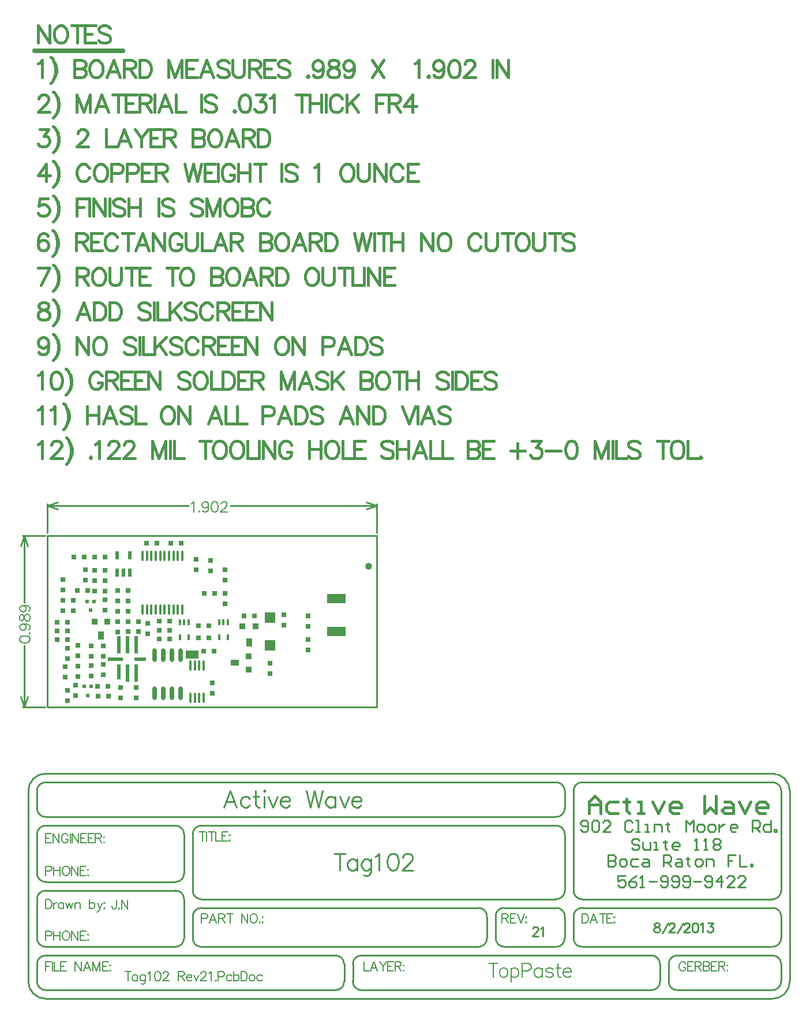
<source format=gtp>
%FSLAX25Y25*%
%MOIN*%
G70*
G01*
G75*
G04 Layer_Color=8421504*
%ADD10C,0.03000*%
%ADD11R,0.11024X0.05512*%
%ADD12R,0.03600X0.03600*%
%ADD13R,0.05000X0.03600*%
%ADD14R,0.02362X0.02362*%
%ADD15C,0.04000*%
%ADD16R,0.07400X0.04500*%
%ADD17R,0.03600X0.03600*%
%ADD18R,0.03600X0.05000*%
%ADD19R,0.02000X0.05000*%
%ADD20R,0.06299X0.05906*%
%ADD21R,0.02362X0.10000*%
%ADD22R,0.02362X0.09000*%
%ADD23R,0.07000X0.02362*%
%ADD24R,0.09000X0.02362*%
%ADD25O,0.02400X0.08000*%
%ADD26R,0.01378X0.03543*%
%ADD27R,0.01378X0.03543*%
%ADD28O,0.01600X0.06000*%
%ADD29O,0.01600X0.06000*%
%ADD30R,0.03000X0.03000*%
%ADD31R,0.03000X0.03000*%
%ADD32C,0.02500*%
%ADD33C,0.01000*%
%ADD34C,0.00800*%
%ADD35C,0.01500*%
%ADD36C,0.01228*%
%ADD37C,0.02000*%
%ADD38C,0.01200*%
%ADD39C,0.01400*%
%ADD40C,0.01600*%
%ADD41C,0.00600*%
%ADD42C,0.00900*%
%ADD43C,0.00500*%
%ADD44C,0.12200*%
%ADD45C,0.07000*%
%ADD46O,0.04000X0.06000*%
%ADD47C,0.06200*%
%ADD48R,0.06200X0.06200*%
%ADD49C,0.02800*%
%ADD50R,0.05700X0.03500*%
%ADD51R,0.07000X0.07000*%
%ADD52R,0.23622X0.11811*%
%ADD53R,0.16000X0.18000*%
%ADD54R,0.20000X0.10000*%
%ADD55C,0.02000*%
%ADD56C,0.03200*%
%ADD57C,0.00984*%
%ADD58C,0.03500*%
%ADD59R,0.05500X0.07800*%
%ADD60R,0.05500X0.08300*%
D11*
X-18500Y-18651D02*
D03*
Y-37549D02*
D03*
D12*
X-69200Y-59500D02*
D03*
Y-52000D02*
D03*
D13*
X-77200Y-55700D02*
D03*
D14*
X-164200Y-69300D02*
D03*
X-160263D02*
D03*
X-162232Y-74418D02*
D03*
X-160632Y-25218D02*
D03*
X-158663Y-20100D02*
D03*
X-162600D02*
D03*
D15*
X0Y0D02*
D03*
D16*
X-101700Y-50800D02*
D03*
D17*
X-65200Y-34500D02*
D03*
X-72680D02*
D03*
X-158200Y-31800D02*
D03*
X-150700D02*
D03*
D18*
X-68940Y-43949D02*
D03*
X-154500Y-39800D02*
D03*
D19*
X-145200Y-3500D02*
D03*
Y6500D02*
D03*
X-137700D02*
D03*
X-141500Y-3500D02*
D03*
X-137700D02*
D03*
D20*
X-56800Y-45600D02*
D03*
Y-29600D02*
D03*
D21*
X-139200Y-61406D02*
D03*
X-134200D02*
D03*
X-134300Y-45100D02*
D03*
X-139200Y-45200D02*
D03*
X-144200D02*
D03*
D22*
Y-60906D02*
D03*
D23*
X-131993Y-53568D02*
D03*
D24*
X-146193Y-53568D02*
D03*
D25*
X-108500Y-73100D02*
D03*
X-118500Y-51100D02*
D03*
X-108500D02*
D03*
X-113500D02*
D03*
X-123500D02*
D03*
X-113500Y-73100D02*
D03*
X-118500D02*
D03*
X-123500D02*
D03*
D26*
X-108959Y-32169D02*
D03*
X-106400D02*
D03*
X-108959Y-40831D02*
D03*
X-103841D02*
D03*
X-81141D02*
D03*
X-86259D02*
D03*
X-83700Y-32169D02*
D03*
X-86259D02*
D03*
D27*
X-103841Y-32169D02*
D03*
X-81141D02*
D03*
D28*
X-122854Y-24709D02*
D03*
X-117736Y6000D02*
D03*
X-107500Y-24709D02*
D03*
X-122854Y6000D02*
D03*
X-112618D02*
D03*
X-120295Y-24709D02*
D03*
X-117736D02*
D03*
X-115177Y6000D02*
D03*
X-112618Y-24709D02*
D03*
X-110059D02*
D03*
X-107500Y6000D02*
D03*
X-130532D02*
D03*
X-127972Y-24709D02*
D03*
X-120295Y6000D02*
D03*
X-110059D02*
D03*
X-125413D02*
D03*
X-127972D02*
D03*
X-130532Y-24709D02*
D03*
X-115177D02*
D03*
X-125413D02*
D03*
D29*
X-102877Y-57200D02*
D03*
X-100318Y-75885D02*
D03*
X-97759D02*
D03*
X-102877D02*
D03*
X-95200Y-57200D02*
D03*
X-97759D02*
D03*
X-95200Y-75885D02*
D03*
X-100318Y-57200D02*
D03*
D30*
X-56700Y-62000D02*
D03*
Y-56000D02*
D03*
X-173900Y-77400D02*
D03*
Y-71400D02*
D03*
X-167700Y-45500D02*
D03*
Y-51500D02*
D03*
X-160200Y-46000D02*
D03*
Y-52000D02*
D03*
X-167800Y-63500D02*
D03*
Y-57500D02*
D03*
X-153300Y-56500D02*
D03*
Y-62500D02*
D03*
X-160200Y-57100D02*
D03*
Y-63100D02*
D03*
X-82700Y-15500D02*
D03*
Y-21500D02*
D03*
X-138700Y-26000D02*
D03*
Y-20000D02*
D03*
X-143259Y-69941D02*
D03*
Y-75941D02*
D03*
X-91200Y3300D02*
D03*
Y-2700D02*
D03*
X-127500Y-39000D02*
D03*
Y-33000D02*
D03*
X-134259Y-75941D02*
D03*
Y-69941D02*
D03*
X-48700Y-28000D02*
D03*
Y-34000D02*
D03*
X-170400Y-19400D02*
D03*
Y-25400D02*
D03*
X-169200Y-74500D02*
D03*
Y-68500D02*
D03*
X-99600Y4100D02*
D03*
Y-1900D02*
D03*
X-82800Y-8000D02*
D03*
Y-2000D02*
D03*
X-176400Y-13400D02*
D03*
Y-7400D02*
D03*
X-173900Y-47100D02*
D03*
Y-53100D02*
D03*
X-176400Y-25400D02*
D03*
Y-19400D02*
D03*
X-163400Y-7900D02*
D03*
Y-1900D02*
D03*
X-144700Y-37800D02*
D03*
Y-31800D02*
D03*
X-152100Y-19100D02*
D03*
Y-25100D02*
D03*
X-175200Y-57906D02*
D03*
Y-63906D02*
D03*
X-90213Y-73300D02*
D03*
Y-67300D02*
D03*
X-153200Y-52000D02*
D03*
Y-46000D02*
D03*
X-144700Y-20000D02*
D03*
Y-26000D02*
D03*
X-35000Y-34500D02*
D03*
Y-28500D02*
D03*
Y-48300D02*
D03*
Y-42300D02*
D03*
D31*
X-179900Y-37100D02*
D03*
X-173900D02*
D03*
Y-42100D02*
D03*
X-179900D02*
D03*
X-98300Y-41100D02*
D03*
X-92300D02*
D03*
X-98300Y-34300D02*
D03*
X-92300D02*
D03*
X-138700Y-37500D02*
D03*
X-132700D02*
D03*
X-152200Y5500D02*
D03*
X-158200D02*
D03*
X-95200Y-49000D02*
D03*
X-89200D02*
D03*
X-122300Y13400D02*
D03*
X-128300D02*
D03*
X-114200Y13500D02*
D03*
X-108200D02*
D03*
X-94700Y-15500D02*
D03*
X-88700D02*
D03*
X-114800Y-31500D02*
D03*
X-120800D02*
D03*
X-162300Y-13800D02*
D03*
X-168300D02*
D03*
X-156259Y-74941D02*
D03*
X-150259D02*
D03*
X-114700Y-37000D02*
D03*
X-120700D02*
D03*
X-179900Y-32200D02*
D03*
X-173900D02*
D03*
X-114700Y-42000D02*
D03*
X-120700D02*
D03*
X-158100Y-14100D02*
D03*
X-152100D02*
D03*
X-156400Y-69200D02*
D03*
X-150400D02*
D03*
X-158100Y-8100D02*
D03*
X-152100D02*
D03*
X-158100Y-2300D02*
D03*
X-152100D02*
D03*
X-164200Y5500D02*
D03*
X-170200D02*
D03*
X-65700Y-28500D02*
D03*
X-71700D02*
D03*
X-132700Y-32000D02*
D03*
X-138700D02*
D03*
X-144700Y-14000D02*
D03*
X-138700D02*
D03*
D32*
X-192940Y297850D02*
X-141940D01*
D33*
X4800Y19300D02*
Y36000D01*
X-185400Y19300D02*
Y36000D01*
X-79817Y35000D02*
X4800D01*
X-185400D02*
X-103983D01*
X-1200Y37000D02*
X4800Y35000D01*
X-1200Y33000D02*
X4800Y35000D01*
X-185400D02*
X-179400Y33000D01*
X-185400Y35000D02*
X-179400Y37000D01*
X-200000Y17800D02*
X-186900D01*
X-200000Y-81100D02*
X-186900D01*
X-199000Y-20838D02*
Y17800D01*
Y-81100D02*
Y-45662D01*
X-201000Y11800D02*
X-199000Y17800D01*
X-197000Y11800D01*
X-199000Y-81100D02*
X-197000Y-75100D01*
X-201000D02*
X-199000Y-81100D01*
X4800D02*
Y17800D01*
X-185400D02*
X4800D01*
X-185400Y-81100D02*
X4800D01*
X-185400D02*
Y17800D01*
X-14008Y-229618D02*
G03*
X-19008Y-224618I-5000J0D01*
G01*
X-18892Y-244618D02*
G03*
X-14010Y-239650I84J4800D01*
G01*
X-4008Y-224618D02*
G03*
X-9008Y-229618I0J-5000D01*
G01*
Y-239618D02*
G03*
X-4095Y-244617I5000J0D01*
G01*
X168492Y-229618D02*
G03*
X163492Y-224618I-5000J0D01*
G01*
X163608Y-244618D02*
G03*
X168490Y-239650I84J4800D01*
G01*
X173492Y-239718D02*
G03*
X178478Y-244617I4900J0D01*
G01*
X178492Y-224618D02*
G03*
X173492Y-229618I0J-5000D01*
G01*
X-106508Y-154518D02*
G03*
X-111408Y-149618I-4900J0D01*
G01*
X-111308Y-182118D02*
G03*
X-106508Y-177318I0J4800D01*
G01*
Y-192018D02*
G03*
X-111579Y-187121I-4900J0D01*
G01*
X-101508Y-187218D02*
G03*
X-96608Y-192118I4900J0D01*
G01*
X-101508Y-214718D02*
G03*
X-96608Y-219618I4900J0D01*
G01*
X-111408D02*
G03*
X-106508Y-214718I0J4900D01*
G01*
X68492Y-202018D02*
G03*
X63592Y-197118I-4900J0D01*
G01*
Y-219618D02*
G03*
X68491Y-214632I0J4900D01*
G01*
X73492Y-214518D02*
G03*
X78503Y-219617I5100J0D01*
G01*
X78292Y-197118D02*
G03*
X73499Y-202169I0J-4800D01*
G01*
X-96508Y-197118D02*
G03*
X-101508Y-202118I0J-5000D01*
G01*
X-96508Y-149618D02*
G03*
X-101508Y-154618I0J-5000D01*
G01*
X-191508Y-214618D02*
G03*
X-186595Y-219617I5000J0D01*
G01*
X-186508Y-187118D02*
G03*
X-191508Y-192118I0J-5000D01*
G01*
Y-177118D02*
G03*
X-186508Y-182118I5000J0D01*
G01*
Y-149618D02*
G03*
X-191508Y-154618I0J-5000D01*
G01*
Y-139618D02*
G03*
X-186508Y-144618I5000J0D01*
G01*
Y-124618D02*
G03*
X-191508Y-129618I0J-5000D01*
G01*
X113492D02*
G03*
X108492Y-124618I-5000J0D01*
G01*
X123492D02*
G03*
X118492Y-129618I0J-5000D01*
G01*
X108492Y-144618D02*
G03*
X113492Y-139618I0J5000D01*
G01*
Y-154618D02*
G03*
X108492Y-149618I-5000J0D01*
G01*
X-186508Y-224618D02*
G03*
X-191508Y-229618I0J-5000D01*
G01*
X108579Y-192118D02*
G03*
X113493Y-187118I-87J5000D01*
G01*
X-191508Y-239618D02*
G03*
X-186595Y-244617I5000J0D01*
G01*
X113492Y-202018D02*
G03*
X108592Y-197118I-4900J0D01*
G01*
X118492Y-214718D02*
G03*
X123477Y-219617I4900J0D01*
G01*
X108492Y-219618D02*
G03*
X113492Y-214618I0J5000D01*
G01*
X233492Y-244618D02*
G03*
X238492Y-239618I0J5000D01*
G01*
X238492Y-229530D02*
G03*
X233492Y-224617I-5000J-87D01*
G01*
Y-219618D02*
G03*
X238492Y-214618I0J5000D01*
G01*
Y-129518D02*
G03*
X233421Y-124621I-4900J0D01*
G01*
X243492Y-129618D02*
G03*
X233492Y-119618I-10000J0D01*
G01*
Y-249618D02*
G03*
X243492Y-239618I0J10000D01*
G01*
X-196508Y-239518D02*
G03*
X-186584Y-249616I10100J0D01*
G01*
X-186508Y-119618D02*
G03*
X-196508Y-129618I0J-10000D01*
G01*
X118492Y-187118D02*
G03*
X123492Y-192118I5000J0D01*
G01*
X233492D02*
G03*
X238492Y-187118I0J5000D01*
G01*
X123492Y-197118D02*
G03*
X118492Y-202118I0J-5000D01*
G01*
X238492Y-202018D02*
G03*
X233592Y-197118I-4900J0D01*
G01*
X-4008Y-244618D02*
X163492D01*
X-186508D02*
X-19008D01*
X-186508Y-224618D02*
X-19008D01*
X-4008D02*
X163492D01*
X178492Y-244618D02*
X233492D01*
X178492Y-224618D02*
X233492D01*
X-186508Y-124618D02*
X108492D01*
X-186508Y-249618D02*
X233492D01*
X-186508Y-119618D02*
X233492D01*
X-186508Y-219618D02*
X-111508D01*
X-186508Y-187118D02*
X-111508D01*
X-186508Y-182118D02*
X-111508D01*
X-186508Y-149618D02*
X-111508D01*
X-186508Y-144618D02*
X108492D01*
X-96508Y-149618D02*
X108492D01*
X-96508Y-197118D02*
X63492D01*
X-96508Y-219618D02*
X63492D01*
X78492D02*
X108492D01*
X78492Y-197118D02*
X108492D01*
X123492Y-219618D02*
X233492D01*
X123492Y-124618D02*
X233492D01*
X-96508Y-192118D02*
X108492D01*
X123492D02*
X233492D01*
X123492Y-197118D02*
X233492D01*
X-14008Y-239618D02*
Y-229618D01*
X-9008Y-239618D02*
Y-229618D01*
X168492Y-239618D02*
Y-229618D01*
X173492Y-239618D02*
Y-229618D01*
X243492Y-239618D02*
Y-129618D01*
X-191508Y-214618D02*
Y-192118D01*
X-106508Y-214618D02*
Y-192118D01*
X-191508Y-177118D02*
Y-154618D01*
X-106508Y-177118D02*
Y-154618D01*
X-191508Y-139618D02*
Y-129618D01*
X113492Y-139618D02*
Y-129618D01*
Y-187118D02*
Y-154618D01*
X-101508Y-187118D02*
Y-154618D01*
X68492Y-214618D02*
Y-202118D01*
X-101508Y-214618D02*
Y-202118D01*
X73492Y-214618D02*
Y-202118D01*
X113492Y-214618D02*
Y-202118D01*
X238492Y-239618D02*
Y-229618D01*
X-191508Y-239618D02*
Y-229618D01*
X-196508Y-239618D02*
Y-129618D01*
X118492Y-187118D02*
Y-129618D01*
X238492Y-187118D02*
Y-129618D01*
X118492Y-214618D02*
Y-202118D01*
X238492Y-214618D02*
Y-202018D01*
X138652Y-166692D02*
Y-173090D01*
X141851D01*
X142918Y-172023D01*
Y-170957D01*
X141851Y-169891D01*
X138652D01*
X141851D01*
X142918Y-168825D01*
Y-167758D01*
X141851Y-166692D01*
X138652D01*
X146116Y-173090D02*
X148249D01*
X149316Y-172023D01*
Y-169891D01*
X148249Y-168825D01*
X146116D01*
X145050Y-169891D01*
Y-172023D01*
X146116Y-173090D01*
X155713Y-168825D02*
X152514D01*
X151448Y-169891D01*
Y-172023D01*
X152514Y-173090D01*
X155713D01*
X158912Y-168825D02*
X161045D01*
X162111Y-169891D01*
Y-173090D01*
X158912D01*
X157846Y-172023D01*
X158912Y-170957D01*
X162111D01*
X170642Y-173090D02*
Y-166692D01*
X173841D01*
X174907Y-167758D01*
Y-169891D01*
X173841Y-170957D01*
X170642D01*
X172775D02*
X174907Y-173090D01*
X178106Y-168825D02*
X180239D01*
X181305Y-169891D01*
Y-173090D01*
X178106D01*
X177040Y-172023D01*
X178106Y-170957D01*
X181305D01*
X184504Y-167758D02*
Y-168825D01*
X183438D01*
X185570D01*
X184504D01*
Y-172023D01*
X185570Y-173090D01*
X189836D02*
X191968D01*
X193035Y-172023D01*
Y-169891D01*
X191968Y-168825D01*
X189836D01*
X188769Y-169891D01*
Y-172023D01*
X189836Y-173090D01*
X195167D02*
Y-168825D01*
X198366D01*
X199433Y-169891D01*
Y-173090D01*
X212228Y-166692D02*
X207963D01*
Y-169891D01*
X210096D01*
X207963D01*
Y-173090D01*
X214361Y-166692D02*
Y-173090D01*
X218626D01*
X220759D02*
Y-172023D01*
X221825D01*
Y-173090D01*
X220759D01*
X122652Y-152023D02*
X123719Y-153090D01*
X125851D01*
X126918Y-152023D01*
Y-147758D01*
X125851Y-146692D01*
X123719D01*
X122652Y-147758D01*
Y-148825D01*
X123719Y-149891D01*
X126918D01*
X129050Y-147758D02*
X130116Y-146692D01*
X132249D01*
X133316Y-147758D01*
Y-152023D01*
X132249Y-153090D01*
X130116D01*
X129050Y-152023D01*
Y-147758D01*
X139713Y-153090D02*
X135448D01*
X139713Y-148825D01*
Y-147758D01*
X138647Y-146692D01*
X136514D01*
X135448Y-147758D01*
X152509D02*
X151443Y-146692D01*
X149310D01*
X148244Y-147758D01*
Y-152023D01*
X149310Y-153090D01*
X151443D01*
X152509Y-152023D01*
X154642Y-153090D02*
X156774D01*
X155708D01*
Y-146692D01*
X154642D01*
X159974Y-153090D02*
X162106D01*
X161040D01*
Y-148825D01*
X159974D01*
X165305Y-153090D02*
Y-148825D01*
X168504D01*
X169570Y-149891D01*
Y-153090D01*
X172769Y-147758D02*
Y-148825D01*
X171703D01*
X173836D01*
X172769D01*
Y-152023D01*
X173836Y-153090D01*
X183433D02*
Y-146692D01*
X185565Y-148825D01*
X187698Y-146692D01*
Y-153090D01*
X190897D02*
X193029D01*
X194096Y-152023D01*
Y-149891D01*
X193029Y-148825D01*
X190897D01*
X189831Y-149891D01*
Y-152023D01*
X190897Y-153090D01*
X197295D02*
X199427D01*
X200494Y-152023D01*
Y-149891D01*
X199427Y-148825D01*
X197295D01*
X196228Y-149891D01*
Y-152023D01*
X197295Y-153090D01*
X202626Y-148825D02*
Y-153090D01*
Y-150957D01*
X203693Y-149891D01*
X204759Y-148825D01*
X205825D01*
X212223Y-153090D02*
X210091D01*
X209024Y-152023D01*
Y-149891D01*
X210091Y-148825D01*
X212223D01*
X213290Y-149891D01*
Y-150957D01*
X209024D01*
X221820Y-153090D02*
Y-146692D01*
X225019D01*
X226085Y-147758D01*
Y-149891D01*
X225019Y-150957D01*
X221820D01*
X223953D02*
X226085Y-153090D01*
X232483Y-146692D02*
Y-153090D01*
X229284D01*
X228218Y-152023D01*
Y-149891D01*
X229284Y-148825D01*
X232483D01*
X234616Y-153090D02*
Y-152023D01*
X235682D01*
Y-153090D01*
X234616D01*
X148417Y-178692D02*
X144152D01*
Y-181891D01*
X146285Y-180824D01*
X147351D01*
X148417Y-181891D01*
Y-184023D01*
X147351Y-185090D01*
X145219D01*
X144152Y-184023D01*
X154815Y-178692D02*
X152683Y-179758D01*
X150550Y-181891D01*
Y-184023D01*
X151617Y-185090D01*
X153749D01*
X154815Y-184023D01*
Y-182957D01*
X153749Y-181891D01*
X150550D01*
X156948Y-185090D02*
X159081D01*
X158014D01*
Y-178692D01*
X156948Y-179758D01*
X162280Y-181891D02*
X166545D01*
X168678Y-184023D02*
X169744Y-185090D01*
X171877D01*
X172943Y-184023D01*
Y-179758D01*
X171877Y-178692D01*
X169744D01*
X168678Y-179758D01*
Y-180824D01*
X169744Y-181891D01*
X172943D01*
X175076Y-184023D02*
X176142Y-185090D01*
X178275D01*
X179341Y-184023D01*
Y-179758D01*
X178275Y-178692D01*
X176142D01*
X175076Y-179758D01*
Y-180824D01*
X176142Y-181891D01*
X179341D01*
X181474Y-184023D02*
X182540Y-185090D01*
X184672D01*
X185739Y-184023D01*
Y-179758D01*
X184672Y-178692D01*
X182540D01*
X181474Y-179758D01*
Y-180824D01*
X182540Y-181891D01*
X185739D01*
X187871D02*
X192137D01*
X194269Y-184023D02*
X195336Y-185090D01*
X197468D01*
X198535Y-184023D01*
Y-179758D01*
X197468Y-178692D01*
X195336D01*
X194269Y-179758D01*
Y-180824D01*
X195336Y-181891D01*
X198535D01*
X203866Y-185090D02*
Y-178692D01*
X200667Y-181891D01*
X204933D01*
X211331Y-185090D02*
X207065D01*
X211331Y-180824D01*
Y-179758D01*
X210264Y-178692D01*
X208132D01*
X207065Y-179758D01*
X217728Y-185090D02*
X213463D01*
X217728Y-180824D01*
Y-179758D01*
X216662Y-178692D01*
X214529D01*
X213463Y-179758D01*
X156418Y-158258D02*
X155351Y-157192D01*
X153219D01*
X152152Y-158258D01*
Y-159325D01*
X153219Y-160391D01*
X155351D01*
X156418Y-161457D01*
Y-162523D01*
X155351Y-163590D01*
X153219D01*
X152152Y-162523D01*
X158550Y-159325D02*
Y-162523D01*
X159616Y-163590D01*
X162815D01*
Y-159325D01*
X164948Y-163590D02*
X167081D01*
X166014D01*
Y-159325D01*
X164948D01*
X171346Y-158258D02*
Y-159325D01*
X170280D01*
X172412D01*
X171346D01*
Y-162523D01*
X172412Y-163590D01*
X178810D02*
X176678D01*
X175611Y-162523D01*
Y-160391D01*
X176678Y-159325D01*
X178810D01*
X179877Y-160391D01*
Y-161457D01*
X175611D01*
X188407Y-163590D02*
X190540D01*
X189473D01*
Y-157192D01*
X188407Y-158258D01*
X193739Y-163590D02*
X195871D01*
X194805D01*
Y-157192D01*
X193739Y-158258D01*
X199070D02*
X200137Y-157192D01*
X202269D01*
X203336Y-158258D01*
Y-159325D01*
X202269Y-160391D01*
X203336Y-161457D01*
Y-162523D01*
X202269Y-163590D01*
X200137D01*
X199070Y-162523D01*
Y-161457D01*
X200137Y-160391D01*
X199070Y-159325D01*
Y-158258D01*
X200137Y-160391D02*
X202269D01*
D34*
X72066Y-229202D02*
Y-237200D01*
X69400Y-229202D02*
X74732D01*
X77589Y-231868D02*
X76827Y-232249D01*
X76065Y-233010D01*
X75684Y-234153D01*
Y-234915D01*
X76065Y-236057D01*
X76827Y-236819D01*
X77589Y-237200D01*
X78731D01*
X79493Y-236819D01*
X80255Y-236057D01*
X80636Y-234915D01*
Y-234153D01*
X80255Y-233010D01*
X79493Y-232249D01*
X78731Y-231868D01*
X77589D01*
X82388D02*
Y-239866D01*
Y-233010D02*
X83149Y-232249D01*
X83911Y-231868D01*
X85054D01*
X85816Y-232249D01*
X86577Y-233010D01*
X86958Y-234153D01*
Y-234915D01*
X86577Y-236057D01*
X85816Y-236819D01*
X85054Y-237200D01*
X83911D01*
X83149Y-236819D01*
X82388Y-236057D01*
X88672Y-233391D02*
X92100D01*
X93243Y-233010D01*
X93623Y-232630D01*
X94004Y-231868D01*
Y-230725D01*
X93623Y-229963D01*
X93243Y-229583D01*
X92100Y-229202D01*
X88672D01*
Y-237200D01*
X100365Y-231868D02*
Y-237200D01*
Y-233010D02*
X99603Y-232249D01*
X98841Y-231868D01*
X97699D01*
X96937Y-232249D01*
X96175Y-233010D01*
X95794Y-234153D01*
Y-234915D01*
X96175Y-236057D01*
X96937Y-236819D01*
X97699Y-237200D01*
X98841D01*
X99603Y-236819D01*
X100365Y-236057D01*
X106687Y-233010D02*
X106306Y-232249D01*
X105164Y-231868D01*
X104021D01*
X102878Y-232249D01*
X102498Y-233010D01*
X102878Y-233772D01*
X103640Y-234153D01*
X105545Y-234534D01*
X106306Y-234915D01*
X106687Y-235677D01*
Y-236057D01*
X106306Y-236819D01*
X105164Y-237200D01*
X104021D01*
X102878Y-236819D01*
X102498Y-236057D01*
X109506Y-229202D02*
Y-235677D01*
X109887Y-236819D01*
X110648Y-237200D01*
X111410D01*
X108363Y-231868D02*
X111029D01*
X112553Y-234153D02*
X117123D01*
Y-233391D01*
X116742Y-232630D01*
X116361Y-232249D01*
X115600Y-231868D01*
X114457D01*
X113695Y-232249D01*
X112934Y-233010D01*
X112553Y-234153D01*
Y-234915D01*
X112934Y-236057D01*
X113695Y-236819D01*
X114457Y-237200D01*
X115600D01*
X116361Y-236819D01*
X117123Y-236057D01*
X-145672Y-192391D02*
Y-196454D01*
X-145926Y-197215D01*
X-146180Y-197469D01*
X-146688Y-197723D01*
X-147196D01*
X-147704Y-197469D01*
X-147958Y-197215D01*
X-148212Y-196454D01*
Y-195946D01*
X-144047Y-197215D02*
X-144301Y-197469D01*
X-144047Y-197723D01*
X-143793Y-197469D01*
X-144047Y-197215D01*
X-142625Y-192391D02*
Y-197723D01*
Y-192391D02*
X-139070Y-197723D01*
Y-192391D02*
Y-197723D01*
D35*
X127652Y-142590D02*
Y-135925D01*
X130984Y-132593D01*
X134317Y-135925D01*
Y-142590D01*
Y-137591D01*
X127652D01*
X144314Y-135925D02*
X139315D01*
X137649Y-137591D01*
Y-140924D01*
X139315Y-142590D01*
X144314D01*
X149312Y-134259D02*
Y-135925D01*
X147646D01*
X150978D01*
X149312D01*
Y-140924D01*
X150978Y-142590D01*
X155976D02*
X159309D01*
X157643D01*
Y-135925D01*
X155976D01*
X164307D02*
X167639Y-142590D01*
X170972Y-135925D01*
X179302Y-142590D02*
X175970D01*
X174304Y-140924D01*
Y-137591D01*
X175970Y-135925D01*
X179302D01*
X180968Y-137591D01*
Y-139258D01*
X174304D01*
X194297Y-132593D02*
Y-142590D01*
X197630Y-139258D01*
X200962Y-142590D01*
Y-132593D01*
X205960Y-135925D02*
X209293D01*
X210959Y-137591D01*
Y-142590D01*
X205960D01*
X204294Y-140924D01*
X205960Y-139258D01*
X210959D01*
X214291Y-135925D02*
X217623Y-142590D01*
X220955Y-135925D01*
X229286Y-142590D02*
X225954D01*
X224288Y-140924D01*
Y-137591D01*
X225954Y-135925D01*
X229286D01*
X230952Y-137591D01*
Y-139258D01*
X224288D01*
X-190940Y290443D02*
X-189988Y290920D01*
X-188560Y292348D01*
Y282350D01*
X-183609Y294252D02*
X-182657Y293300D01*
X-181704Y291872D01*
X-180752Y289967D01*
X-180276Y287587D01*
Y285683D01*
X-180752Y283302D01*
X-181704Y281398D01*
X-182657Y279970D01*
X-183609Y279017D01*
X-182657Y293300D02*
X-181704Y291396D01*
X-181228Y289967D01*
X-180752Y287587D01*
Y285683D01*
X-181228Y283302D01*
X-181704Y281874D01*
X-182657Y279970D01*
X-169992Y292348D02*
Y282350D01*
Y292348D02*
X-165708D01*
X-164279Y291872D01*
X-163803Y291396D01*
X-163327Y290443D01*
Y289491D01*
X-163803Y288539D01*
X-164279Y288063D01*
X-165708Y287587D01*
X-169992D02*
X-165708D01*
X-164279Y287111D01*
X-163803Y286635D01*
X-163327Y285683D01*
Y284254D01*
X-163803Y283302D01*
X-164279Y282826D01*
X-165708Y282350D01*
X-169992D01*
X-158233Y292348D02*
X-159185Y291872D01*
X-160137Y290920D01*
X-160614Y289967D01*
X-161090Y288539D01*
Y286159D01*
X-160614Y284730D01*
X-160137Y283778D01*
X-159185Y282826D01*
X-158233Y282350D01*
X-156329D01*
X-155377Y282826D01*
X-154424Y283778D01*
X-153948Y284730D01*
X-153472Y286159D01*
Y288539D01*
X-153948Y289967D01*
X-154424Y290920D01*
X-155377Y291872D01*
X-156329Y292348D01*
X-158233D01*
X-143522Y282350D02*
X-147331Y292348D01*
X-151139Y282350D01*
X-149711Y285683D02*
X-144950D01*
X-141189Y292348D02*
Y282350D01*
Y292348D02*
X-136904D01*
X-135476Y291872D01*
X-135000Y291396D01*
X-134524Y290443D01*
Y289491D01*
X-135000Y288539D01*
X-135476Y288063D01*
X-136904Y287587D01*
X-141189D01*
X-137856D02*
X-134524Y282350D01*
X-132286Y292348D02*
Y282350D01*
Y292348D02*
X-128954D01*
X-127525Y291872D01*
X-126573Y290920D01*
X-126097Y289967D01*
X-125621Y288539D01*
Y286159D01*
X-126097Y284730D01*
X-126573Y283778D01*
X-127525Y282826D01*
X-128954Y282350D01*
X-132286D01*
X-115528Y292348D02*
Y282350D01*
Y292348D02*
X-111719Y282350D01*
X-107911Y292348D02*
X-111719Y282350D01*
X-107911Y292348D02*
Y282350D01*
X-98865Y292348D02*
X-105054D01*
Y282350D01*
X-98865D01*
X-105054Y287587D02*
X-101245D01*
X-89581Y282350D02*
X-93390Y292348D01*
X-97199Y282350D01*
X-95770Y285683D02*
X-91009D01*
X-80583Y290920D02*
X-81535Y291872D01*
X-82964Y292348D01*
X-84868D01*
X-86296Y291872D01*
X-87248Y290920D01*
Y289967D01*
X-86772Y289015D01*
X-86296Y288539D01*
X-85344Y288063D01*
X-82487Y287111D01*
X-81535Y286635D01*
X-81059Y286159D01*
X-80583Y285207D01*
Y283778D01*
X-81535Y282826D01*
X-82964Y282350D01*
X-84868D01*
X-86296Y282826D01*
X-87248Y283778D01*
X-78346Y292348D02*
Y285207D01*
X-77869Y283778D01*
X-76917Y282826D01*
X-75489Y282350D01*
X-74537D01*
X-73109Y282826D01*
X-72156Y283778D01*
X-71680Y285207D01*
Y292348D01*
X-68919D02*
Y282350D01*
Y292348D02*
X-64634D01*
X-63206Y291872D01*
X-62730Y291396D01*
X-62254Y290443D01*
Y289491D01*
X-62730Y288539D01*
X-63206Y288063D01*
X-64634Y287587D01*
X-68919D01*
X-65586D02*
X-62254Y282350D01*
X-53827Y292348D02*
X-60016D01*
Y282350D01*
X-53827D01*
X-60016Y287587D02*
X-56207D01*
X-45495Y290920D02*
X-46448Y291872D01*
X-47876Y292348D01*
X-49780D01*
X-51209Y291872D01*
X-52161Y290920D01*
Y289967D01*
X-51684Y289015D01*
X-51209Y288539D01*
X-50256Y288063D01*
X-47400Y287111D01*
X-46448Y286635D01*
X-45972Y286159D01*
X-45495Y285207D01*
Y283778D01*
X-46448Y282826D01*
X-47876Y282350D01*
X-49780D01*
X-51209Y282826D01*
X-52161Y283778D01*
X-34926Y283302D02*
X-35402Y282826D01*
X-34926Y282350D01*
X-34450Y282826D01*
X-34926Y283302D01*
X-26071Y289015D02*
X-26547Y287587D01*
X-27499Y286635D01*
X-28927Y286159D01*
X-29404D01*
X-30832Y286635D01*
X-31784Y287587D01*
X-32260Y289015D01*
Y289491D01*
X-31784Y290920D01*
X-30832Y291872D01*
X-29404Y292348D01*
X-28927D01*
X-27499Y291872D01*
X-26547Y290920D01*
X-26071Y289015D01*
Y286635D01*
X-26547Y284254D01*
X-27499Y282826D01*
X-28927Y282350D01*
X-29880D01*
X-31308Y282826D01*
X-31784Y283778D01*
X-20977Y292348D02*
X-22405Y291872D01*
X-22881Y290920D01*
Y289967D01*
X-22405Y289015D01*
X-21453Y288539D01*
X-19549Y288063D01*
X-18120Y287587D01*
X-17168Y286635D01*
X-16692Y285683D01*
Y284254D01*
X-17168Y283302D01*
X-17644Y282826D01*
X-19072Y282350D01*
X-20977D01*
X-22405Y282826D01*
X-22881Y283302D01*
X-23357Y284254D01*
Y285683D01*
X-22881Y286635D01*
X-21929Y287587D01*
X-20501Y288063D01*
X-18596Y288539D01*
X-17644Y289015D01*
X-17168Y289967D01*
Y290920D01*
X-17644Y291872D01*
X-19072Y292348D01*
X-20977D01*
X-8265Y289015D02*
X-8741Y287587D01*
X-9694Y286635D01*
X-11122Y286159D01*
X-11598D01*
X-13026Y286635D01*
X-13978Y287587D01*
X-14454Y289015D01*
Y289491D01*
X-13978Y290920D01*
X-13026Y291872D01*
X-11598Y292348D01*
X-11122D01*
X-9694Y291872D01*
X-8741Y290920D01*
X-8265Y289015D01*
Y286635D01*
X-8741Y284254D01*
X-9694Y282826D01*
X-11122Y282350D01*
X-12074D01*
X-13502Y282826D01*
X-13978Y283778D01*
X2304Y292348D02*
X8969Y282350D01*
Y292348D02*
X2304Y282350D01*
X26918Y290443D02*
X27870Y290920D01*
X29298Y292348D01*
Y282350D01*
X34725Y283302D02*
X34249Y282826D01*
X34725Y282350D01*
X35202Y282826D01*
X34725Y283302D01*
X43581Y289015D02*
X43105Y287587D01*
X42153Y286635D01*
X40724Y286159D01*
X40248D01*
X38820Y286635D01*
X37868Y287587D01*
X37392Y289015D01*
Y289491D01*
X37868Y290920D01*
X38820Y291872D01*
X40248Y292348D01*
X40724D01*
X42153Y291872D01*
X43105Y290920D01*
X43581Y289015D01*
Y286635D01*
X43105Y284254D01*
X42153Y282826D01*
X40724Y282350D01*
X39772D01*
X38344Y282826D01*
X37868Y283778D01*
X49151Y292348D02*
X47723Y291872D01*
X46771Y290443D01*
X46294Y288063D01*
Y286635D01*
X46771Y284254D01*
X47723Y282826D01*
X49151Y282350D01*
X50103D01*
X51531Y282826D01*
X52484Y284254D01*
X52960Y286635D01*
Y288063D01*
X52484Y290443D01*
X51531Y291872D01*
X50103Y292348D01*
X49151D01*
X55673Y289967D02*
Y290443D01*
X56150Y291396D01*
X56625Y291872D01*
X57578Y292348D01*
X59482D01*
X60434Y291872D01*
X60910Y291396D01*
X61386Y290443D01*
Y289491D01*
X60910Y288539D01*
X59958Y287111D01*
X55197Y282350D01*
X61862D01*
X71956Y292348D02*
Y282350D01*
X74050Y292348D02*
Y282350D01*
Y292348D02*
X80716Y282350D01*
Y292348D02*
Y282350D01*
X-190940Y312348D02*
Y302350D01*
Y312348D02*
X-184275Y302350D01*
Y312348D02*
Y302350D01*
X-178657Y312348D02*
X-179610Y311872D01*
X-180562Y310920D01*
X-181038Y309967D01*
X-181514Y308539D01*
Y306159D01*
X-181038Y304730D01*
X-180562Y303778D01*
X-179610Y302826D01*
X-178657Y302350D01*
X-176753D01*
X-175801Y302826D01*
X-174849Y303778D01*
X-174372Y304730D01*
X-173896Y306159D01*
Y308539D01*
X-174372Y309967D01*
X-174849Y310920D01*
X-175801Y311872D01*
X-176753Y312348D01*
X-178657D01*
X-168231D02*
Y302350D01*
X-171564Y312348D02*
X-164898D01*
X-157519D02*
X-163708D01*
Y302350D01*
X-157519D01*
X-163708Y307587D02*
X-159899D01*
X-149187Y310920D02*
X-150140Y311872D01*
X-151568Y312348D01*
X-153472D01*
X-154901Y311872D01*
X-155853Y310920D01*
Y309967D01*
X-155377Y309015D01*
X-154901Y308539D01*
X-153948Y308063D01*
X-151092Y307111D01*
X-150140Y306635D01*
X-149663Y306159D01*
X-149187Y305206D01*
Y303778D01*
X-150140Y302826D01*
X-151568Y302350D01*
X-153472D01*
X-154901Y302826D01*
X-155853Y303778D01*
X-190940Y110443D02*
X-189988Y110920D01*
X-188560Y112348D01*
Y102350D01*
X-180752Y112348D02*
X-182180Y111872D01*
X-183133Y110443D01*
X-183609Y108063D01*
Y106635D01*
X-183133Y104254D01*
X-182180Y102826D01*
X-180752Y102350D01*
X-179800D01*
X-178372Y102826D01*
X-177419Y104254D01*
X-176943Y106635D01*
Y108063D01*
X-177419Y110443D01*
X-178372Y111872D01*
X-179800Y112348D01*
X-180752D01*
X-174706Y114252D02*
X-173754Y113300D01*
X-172801Y111872D01*
X-171849Y109967D01*
X-171373Y107587D01*
Y105683D01*
X-171849Y103302D01*
X-172801Y101398D01*
X-173754Y99970D01*
X-174706Y99017D01*
X-173754Y113300D02*
X-172801Y111396D01*
X-172325Y109967D01*
X-171849Y107587D01*
Y105683D01*
X-172325Y103302D01*
X-172801Y101874D01*
X-173754Y99970D01*
X-153948Y109967D02*
X-154424Y110920D01*
X-155377Y111872D01*
X-156329Y112348D01*
X-158233D01*
X-159185Y111872D01*
X-160137Y110920D01*
X-160614Y109967D01*
X-161090Y108539D01*
Y106159D01*
X-160614Y104730D01*
X-160137Y103778D01*
X-159185Y102826D01*
X-158233Y102350D01*
X-156329D01*
X-155377Y102826D01*
X-154424Y103778D01*
X-153948Y104730D01*
Y106159D01*
X-156329D02*
X-153948D01*
X-151663Y112348D02*
Y102350D01*
Y112348D02*
X-147378D01*
X-145950Y111872D01*
X-145474Y111396D01*
X-144998Y110443D01*
Y109491D01*
X-145474Y108539D01*
X-145950Y108063D01*
X-147378Y107587D01*
X-151663D01*
X-148330D02*
X-144998Y102350D01*
X-136571Y112348D02*
X-142760D01*
Y102350D01*
X-136571D01*
X-142760Y107587D02*
X-138952D01*
X-128716Y112348D02*
X-134905D01*
Y102350D01*
X-128716D01*
X-134905Y107587D02*
X-131096D01*
X-127049Y112348D02*
Y102350D01*
Y112348D02*
X-120384Y102350D01*
Y112348D02*
Y102350D01*
X-103102Y110920D02*
X-104054Y111872D01*
X-105482Y112348D01*
X-107387D01*
X-108815Y111872D01*
X-109767Y110920D01*
Y109967D01*
X-109291Y109015D01*
X-108815Y108539D01*
X-107863Y108063D01*
X-105006Y107111D01*
X-104054Y106635D01*
X-103578Y106159D01*
X-103102Y105207D01*
Y103778D01*
X-104054Y102826D01*
X-105482Y102350D01*
X-107387D01*
X-108815Y102826D01*
X-109767Y103778D01*
X-98008Y112348D02*
X-98960Y111872D01*
X-99912Y110920D01*
X-100388Y109967D01*
X-100865Y108539D01*
Y106159D01*
X-100388Y104730D01*
X-99912Y103778D01*
X-98960Y102826D01*
X-98008Y102350D01*
X-96104D01*
X-95151Y102826D01*
X-94199Y103778D01*
X-93723Y104730D01*
X-93247Y106159D01*
Y108539D01*
X-93723Y109967D01*
X-94199Y110920D01*
X-95151Y111872D01*
X-96104Y112348D01*
X-98008D01*
X-90914D02*
Y102350D01*
X-85201D01*
X-84106Y112348D02*
Y102350D01*
Y112348D02*
X-80774D01*
X-79345Y111872D01*
X-78393Y110920D01*
X-77917Y109967D01*
X-77441Y108539D01*
Y106159D01*
X-77917Y104730D01*
X-78393Y103778D01*
X-79345Y102826D01*
X-80774Y102350D01*
X-84106D01*
X-69014Y112348D02*
X-75203D01*
Y102350D01*
X-69014D01*
X-75203Y107587D02*
X-71395D01*
X-67348Y112348D02*
Y102350D01*
Y112348D02*
X-63063D01*
X-61635Y111872D01*
X-61159Y111396D01*
X-60683Y110443D01*
Y109491D01*
X-61159Y108539D01*
X-61635Y108063D01*
X-63063Y107587D01*
X-67348D01*
X-64015D02*
X-60683Y102350D01*
X-50590Y112348D02*
Y102350D01*
Y112348D02*
X-46781Y102350D01*
X-42972Y112348D02*
X-46781Y102350D01*
X-42972Y112348D02*
Y102350D01*
X-32498D02*
X-36307Y112348D01*
X-40116Y102350D01*
X-38687Y105683D02*
X-33926D01*
X-23500Y110920D02*
X-24452Y111872D01*
X-25881Y112348D01*
X-27785D01*
X-29213Y111872D01*
X-30165Y110920D01*
Y109967D01*
X-29689Y109015D01*
X-29213Y108539D01*
X-28261Y108063D01*
X-25405Y107111D01*
X-24452Y106635D01*
X-23976Y106159D01*
X-23500Y105207D01*
Y103778D01*
X-24452Y102826D01*
X-25881Y102350D01*
X-27785D01*
X-29213Y102826D01*
X-30165Y103778D01*
X-21262Y112348D02*
Y102350D01*
X-14597Y112348D02*
X-21262Y105683D01*
X-18882Y108063D02*
X-14597Y102350D01*
X-4504Y112348D02*
Y102350D01*
Y112348D02*
X-219D01*
X1209Y111872D01*
X1685Y111396D01*
X2161Y110443D01*
Y109491D01*
X1685Y108539D01*
X1209Y108063D01*
X-219Y107587D01*
X-4504D02*
X-219D01*
X1209Y107111D01*
X1685Y106635D01*
X2161Y105683D01*
Y104254D01*
X1685Y103302D01*
X1209Y102826D01*
X-219Y102350D01*
X-4504D01*
X7255Y112348D02*
X6303Y111872D01*
X5351Y110920D01*
X4875Y109967D01*
X4399Y108539D01*
Y106159D01*
X4875Y104730D01*
X5351Y103778D01*
X6303Y102826D01*
X7255Y102350D01*
X9160D01*
X10112Y102826D01*
X11064Y103778D01*
X11540Y104730D01*
X12016Y106159D01*
Y108539D01*
X11540Y109967D01*
X11064Y110920D01*
X10112Y111872D01*
X9160Y112348D01*
X7255D01*
X17682D02*
Y102350D01*
X14349Y112348D02*
X21014D01*
X22204D02*
Y102350D01*
X28870Y112348D02*
Y102350D01*
X22204Y107587D02*
X28870D01*
X46152Y110920D02*
X45199Y111872D01*
X43771Y112348D01*
X41867D01*
X40439Y111872D01*
X39486Y110920D01*
Y109967D01*
X39963Y109015D01*
X40439Y108539D01*
X41391Y108063D01*
X44247Y107111D01*
X45199Y106635D01*
X45676Y106159D01*
X46152Y105207D01*
Y103778D01*
X45199Y102826D01*
X43771Y102350D01*
X41867D01*
X40439Y102826D01*
X39486Y103778D01*
X48389Y112348D02*
Y102350D01*
X50484Y112348D02*
Y102350D01*
Y112348D02*
X53817D01*
X55245Y111872D01*
X56197Y110920D01*
X56673Y109967D01*
X57149Y108539D01*
Y106159D01*
X56673Y104730D01*
X56197Y103778D01*
X55245Y102826D01*
X53817Y102350D01*
X50484D01*
X65576Y112348D02*
X59387D01*
Y102350D01*
X65576D01*
X59387Y107587D02*
X63196D01*
X73908Y110920D02*
X72955Y111872D01*
X71527Y112348D01*
X69623D01*
X68195Y111872D01*
X67242Y110920D01*
Y109967D01*
X67718Y109015D01*
X68195Y108539D01*
X69147Y108063D01*
X72003Y107111D01*
X72955Y106635D01*
X73431Y106159D01*
X73908Y105207D01*
Y103778D01*
X72955Y102826D01*
X71527Y102350D01*
X69623D01*
X68195Y102826D01*
X67242Y103778D01*
X-189988Y252348D02*
X-184751D01*
X-187608Y248539D01*
X-186179D01*
X-185227Y248063D01*
X-184751Y247587D01*
X-184275Y246159D01*
Y245206D01*
X-184751Y243778D01*
X-185703Y242826D01*
X-187132Y242350D01*
X-188560D01*
X-189988Y242826D01*
X-190464Y243302D01*
X-190940Y244254D01*
X-182037Y254252D02*
X-181085Y253300D01*
X-180133Y251872D01*
X-179181Y249967D01*
X-178705Y247587D01*
Y245683D01*
X-179181Y243302D01*
X-180133Y241398D01*
X-181085Y239970D01*
X-182037Y239017D01*
X-181085Y253300D02*
X-180133Y251396D01*
X-179657Y249967D01*
X-179181Y247587D01*
Y245683D01*
X-179657Y243302D01*
X-180133Y241874D01*
X-181085Y239970D01*
X-167945Y249967D02*
Y250444D01*
X-167469Y251396D01*
X-166993Y251872D01*
X-166041Y252348D01*
X-164137D01*
X-163184Y251872D01*
X-162708Y251396D01*
X-162232Y250444D01*
Y249491D01*
X-162708Y248539D01*
X-163661Y247111D01*
X-168421Y242350D01*
X-161756D01*
X-151663Y252348D02*
Y242350D01*
X-145950D01*
X-137238D02*
X-141046Y252348D01*
X-144855Y242350D01*
X-143427Y245683D02*
X-138666D01*
X-134905Y252348D02*
X-131096Y247587D01*
Y242350D01*
X-127287Y252348D02*
X-131096Y247587D01*
X-119813Y252348D02*
X-126002D01*
Y242350D01*
X-119813D01*
X-126002Y247587D02*
X-122193D01*
X-118146Y252348D02*
Y242350D01*
Y252348D02*
X-113862D01*
X-112433Y251872D01*
X-111957Y251396D01*
X-111481Y250444D01*
Y249491D01*
X-111957Y248539D01*
X-112433Y248063D01*
X-113862Y247587D01*
X-118146D01*
X-114814D02*
X-111481Y242350D01*
X-101388Y252348D02*
Y242350D01*
Y252348D02*
X-97103D01*
X-95675Y251872D01*
X-95199Y251396D01*
X-94723Y250444D01*
Y249491D01*
X-95199Y248539D01*
X-95675Y248063D01*
X-97103Y247587D01*
X-101388D02*
X-97103D01*
X-95675Y247111D01*
X-95199Y246635D01*
X-94723Y245683D01*
Y244254D01*
X-95199Y243302D01*
X-95675Y242826D01*
X-97103Y242350D01*
X-101388D01*
X-89629Y252348D02*
X-90581Y251872D01*
X-91533Y250920D01*
X-92009Y249967D01*
X-92485Y248539D01*
Y246159D01*
X-92009Y244730D01*
X-91533Y243778D01*
X-90581Y242826D01*
X-89629Y242350D01*
X-87724D01*
X-86772Y242826D01*
X-85820Y243778D01*
X-85344Y244730D01*
X-84868Y246159D01*
Y248539D01*
X-85344Y249967D01*
X-85820Y250920D01*
X-86772Y251872D01*
X-87724Y252348D01*
X-89629D01*
X-74918Y242350D02*
X-78726Y252348D01*
X-82535Y242350D01*
X-81107Y245683D02*
X-76346D01*
X-72585Y252348D02*
Y242350D01*
Y252348D02*
X-68300D01*
X-66872Y251872D01*
X-66396Y251396D01*
X-65920Y250444D01*
Y249491D01*
X-66396Y248539D01*
X-66872Y248063D01*
X-68300Y247587D01*
X-72585D01*
X-69252D02*
X-65920Y242350D01*
X-63682Y252348D02*
Y242350D01*
Y252348D02*
X-60349D01*
X-58921Y251872D01*
X-57969Y250920D01*
X-57493Y249967D01*
X-57017Y248539D01*
Y246159D01*
X-57493Y244730D01*
X-57969Y243778D01*
X-58921Y242826D01*
X-60349Y242350D01*
X-63682D01*
X-186179Y232348D02*
X-190940Y225683D01*
X-183799D01*
X-186179Y232348D02*
Y222350D01*
X-182038Y234252D02*
X-181085Y233300D01*
X-180133Y231872D01*
X-179181Y229967D01*
X-178705Y227587D01*
Y225683D01*
X-179181Y223302D01*
X-180133Y221398D01*
X-181085Y219970D01*
X-182038Y219017D01*
X-181085Y233300D02*
X-180133Y231396D01*
X-179657Y229967D01*
X-179181Y227587D01*
Y225683D01*
X-179657Y223302D01*
X-180133Y221874D01*
X-181085Y219970D01*
X-161280Y229967D02*
X-161756Y230920D01*
X-162708Y231872D01*
X-163661Y232348D01*
X-165565D01*
X-166517Y231872D01*
X-167469Y230920D01*
X-167945Y229967D01*
X-168421Y228539D01*
Y226159D01*
X-167945Y224730D01*
X-167469Y223778D01*
X-166517Y222826D01*
X-165565Y222350D01*
X-163661D01*
X-162708Y222826D01*
X-161756Y223778D01*
X-161280Y224730D01*
X-155615Y232348D02*
X-156567Y231872D01*
X-157519Y230920D01*
X-157995Y229967D01*
X-158471Y228539D01*
Y226159D01*
X-157995Y224730D01*
X-157519Y223778D01*
X-156567Y222826D01*
X-155615Y222350D01*
X-153710D01*
X-152758Y222826D01*
X-151806Y223778D01*
X-151330Y224730D01*
X-150854Y226159D01*
Y228539D01*
X-151330Y229967D01*
X-151806Y230920D01*
X-152758Y231872D01*
X-153710Y232348D01*
X-155615D01*
X-148521Y227111D02*
X-144236D01*
X-142808Y227587D01*
X-142332Y228063D01*
X-141856Y229015D01*
Y230444D01*
X-142332Y231396D01*
X-142808Y231872D01*
X-144236Y232348D01*
X-148521D01*
Y222350D01*
X-139618Y227111D02*
X-135333D01*
X-133905Y227587D01*
X-133429Y228063D01*
X-132953Y229015D01*
Y230444D01*
X-133429Y231396D01*
X-133905Y231872D01*
X-135333Y232348D01*
X-139618D01*
Y222350D01*
X-124526Y232348D02*
X-130715D01*
Y222350D01*
X-124526D01*
X-130715Y227587D02*
X-126907D01*
X-122860Y232348D02*
Y222350D01*
Y232348D02*
X-118575D01*
X-117147Y231872D01*
X-116671Y231396D01*
X-116194Y230444D01*
Y229491D01*
X-116671Y228539D01*
X-117147Y228063D01*
X-118575Y227587D01*
X-122860D01*
X-119527D02*
X-116194Y222350D01*
X-106101Y232348D02*
X-103721Y222350D01*
X-101341Y232348D02*
X-103721Y222350D01*
X-101341Y232348D02*
X-98960Y222350D01*
X-96580Y232348D02*
X-98960Y222350D01*
X-88391Y232348D02*
X-94580D01*
Y222350D01*
X-88391D01*
X-94580Y227587D02*
X-90771D01*
X-86725Y232348D02*
Y222350D01*
X-77488Y229967D02*
X-77965Y230920D01*
X-78917Y231872D01*
X-79869Y232348D01*
X-81773D01*
X-82726Y231872D01*
X-83678Y230920D01*
X-84154Y229967D01*
X-84630Y228539D01*
Y226159D01*
X-84154Y224730D01*
X-83678Y223778D01*
X-82726Y222826D01*
X-81773Y222350D01*
X-79869D01*
X-78917Y222826D01*
X-77965Y223778D01*
X-77488Y224730D01*
Y226159D01*
X-79869D02*
X-77488D01*
X-75203Y232348D02*
Y222350D01*
X-68538Y232348D02*
Y222350D01*
X-75203Y227587D02*
X-68538D01*
X-62444Y232348D02*
Y222350D01*
X-65777Y232348D02*
X-59111D01*
X-50066D02*
Y222350D01*
X-41306Y230920D02*
X-42258Y231872D01*
X-43686Y232348D01*
X-45591D01*
X-47019Y231872D01*
X-47971Y230920D01*
Y229967D01*
X-47495Y229015D01*
X-47019Y228539D01*
X-46067Y228063D01*
X-43210Y227111D01*
X-42258Y226635D01*
X-41782Y226159D01*
X-41306Y225206D01*
Y223778D01*
X-42258Y222826D01*
X-43686Y222350D01*
X-45591D01*
X-47019Y222826D01*
X-47971Y223778D01*
X-31213Y230444D02*
X-30261Y230920D01*
X-28832Y232348D01*
Y222350D01*
X-13169Y232348D02*
X-14121Y231872D01*
X-15073Y230920D01*
X-15549Y229967D01*
X-16025Y228539D01*
Y226159D01*
X-15549Y224730D01*
X-15073Y223778D01*
X-14121Y222826D01*
X-13169Y222350D01*
X-11265D01*
X-10312Y222826D01*
X-9360Y223778D01*
X-8884Y224730D01*
X-8408Y226159D01*
Y228539D01*
X-8884Y229967D01*
X-9360Y230920D01*
X-10312Y231872D01*
X-11265Y232348D01*
X-13169D01*
X-6075D02*
Y225206D01*
X-5599Y223778D01*
X-4647Y222826D01*
X-3219Y222350D01*
X-2267D01*
X-838Y222826D01*
X114Y223778D01*
X590Y225206D01*
Y232348D01*
X3351D02*
Y222350D01*
Y232348D02*
X10017Y222350D01*
Y232348D02*
Y222350D01*
X19919Y229967D02*
X19443Y230920D01*
X18491Y231872D01*
X17539Y232348D01*
X15634D01*
X14682Y231872D01*
X13730Y230920D01*
X13254Y229967D01*
X12778Y228539D01*
Y226159D01*
X13254Y224730D01*
X13730Y223778D01*
X14682Y222826D01*
X15634Y222350D01*
X17539D01*
X18491Y222826D01*
X19443Y223778D01*
X19919Y224730D01*
X28917Y232348D02*
X22728D01*
Y222350D01*
X28917D01*
X22728Y227587D02*
X26537D01*
X-185227Y212348D02*
X-189988D01*
X-190464Y208063D01*
X-189988Y208539D01*
X-188560Y209015D01*
X-187132D01*
X-185703Y208539D01*
X-184751Y207587D01*
X-184275Y206159D01*
Y205206D01*
X-184751Y203778D01*
X-185703Y202826D01*
X-187132Y202350D01*
X-188560D01*
X-189988Y202826D01*
X-190464Y203302D01*
X-190940Y204254D01*
X-182038Y214252D02*
X-181085Y213300D01*
X-180133Y211872D01*
X-179181Y209967D01*
X-178705Y207587D01*
Y205683D01*
X-179181Y203302D01*
X-180133Y201398D01*
X-181085Y199970D01*
X-182038Y199017D01*
X-181085Y213300D02*
X-180133Y211396D01*
X-179657Y209967D01*
X-179181Y207587D01*
Y205683D01*
X-179657Y203302D01*
X-180133Y201874D01*
X-181085Y199970D01*
X-168421Y212348D02*
Y202350D01*
Y212348D02*
X-162232D01*
X-168421Y207587D02*
X-164613D01*
X-161090Y212348D02*
Y202350D01*
X-158995Y212348D02*
Y202350D01*
Y212348D02*
X-152330Y202350D01*
Y212348D02*
Y202350D01*
X-149568Y212348D02*
Y202350D01*
X-140808Y210920D02*
X-141761Y211872D01*
X-143189Y212348D01*
X-145093D01*
X-146521Y211872D01*
X-147474Y210920D01*
Y209967D01*
X-146997Y209015D01*
X-146521Y208539D01*
X-145569Y208063D01*
X-142713Y207111D01*
X-141761Y206635D01*
X-141284Y206159D01*
X-140808Y205206D01*
Y203778D01*
X-141761Y202826D01*
X-143189Y202350D01*
X-145093D01*
X-146521Y202826D01*
X-147474Y203778D01*
X-138571Y212348D02*
Y202350D01*
X-131905Y212348D02*
Y202350D01*
X-138571Y207587D02*
X-131905D01*
X-121289Y212348D02*
Y202350D01*
X-112529Y210920D02*
X-113481Y211872D01*
X-114909Y212348D01*
X-116813D01*
X-118242Y211872D01*
X-119194Y210920D01*
Y209967D01*
X-118718Y209015D01*
X-118242Y208539D01*
X-117289Y208063D01*
X-114433Y207111D01*
X-113481Y206635D01*
X-113005Y206159D01*
X-112529Y205206D01*
Y203778D01*
X-113481Y202826D01*
X-114909Y202350D01*
X-116813D01*
X-118242Y202826D01*
X-119194Y203778D01*
X-95770Y210920D02*
X-96723Y211872D01*
X-98151Y212348D01*
X-100055D01*
X-101483Y211872D01*
X-102436Y210920D01*
Y209967D01*
X-101960Y209015D01*
X-101483Y208539D01*
X-100531Y208063D01*
X-97675Y207111D01*
X-96723Y206635D01*
X-96246Y206159D01*
X-95770Y205206D01*
Y203778D01*
X-96723Y202826D01*
X-98151Y202350D01*
X-100055D01*
X-101483Y202826D01*
X-102436Y203778D01*
X-93533Y212348D02*
Y202350D01*
Y212348D02*
X-89724Y202350D01*
X-85915Y212348D02*
X-89724Y202350D01*
X-85915Y212348D02*
Y202350D01*
X-80202Y212348D02*
X-81154Y211872D01*
X-82107Y210920D01*
X-82583Y209967D01*
X-83059Y208539D01*
Y206159D01*
X-82583Y204730D01*
X-82107Y203778D01*
X-81154Y202826D01*
X-80202Y202350D01*
X-78298D01*
X-77346Y202826D01*
X-76394Y203778D01*
X-75917Y204730D01*
X-75441Y206159D01*
Y208539D01*
X-75917Y209967D01*
X-76394Y210920D01*
X-77346Y211872D01*
X-78298Y212348D01*
X-80202D01*
X-73109D02*
Y202350D01*
Y212348D02*
X-68824D01*
X-67396Y211872D01*
X-66919Y211396D01*
X-66443Y210443D01*
Y209491D01*
X-66919Y208539D01*
X-67396Y208063D01*
X-68824Y207587D01*
X-73109D02*
X-68824D01*
X-67396Y207111D01*
X-66919Y206635D01*
X-66443Y205683D01*
Y204254D01*
X-66919Y203302D01*
X-67396Y202826D01*
X-68824Y202350D01*
X-73109D01*
X-57064Y209967D02*
X-57540Y210920D01*
X-58493Y211872D01*
X-59445Y212348D01*
X-61349D01*
X-62301Y211872D01*
X-63253Y210920D01*
X-63730Y209967D01*
X-64206Y208539D01*
Y206159D01*
X-63730Y204730D01*
X-63253Y203778D01*
X-62301Y202826D01*
X-61349Y202350D01*
X-59445D01*
X-58493Y202826D01*
X-57540Y203778D01*
X-57064Y204730D01*
X-185227Y190920D02*
X-185703Y191872D01*
X-187132Y192348D01*
X-188084D01*
X-189512Y191872D01*
X-190464Y190444D01*
X-190940Y188063D01*
Y185683D01*
X-190464Y183778D01*
X-189512Y182826D01*
X-188084Y182350D01*
X-187608D01*
X-186179Y182826D01*
X-185227Y183778D01*
X-184751Y185206D01*
Y185683D01*
X-185227Y187111D01*
X-186179Y188063D01*
X-187608Y188539D01*
X-188084D01*
X-189512Y188063D01*
X-190464Y187111D01*
X-190940Y185683D01*
X-182561Y194252D02*
X-181609Y193300D01*
X-180657Y191872D01*
X-179705Y189967D01*
X-179229Y187587D01*
Y185683D01*
X-179705Y183302D01*
X-180657Y181398D01*
X-181609Y179970D01*
X-182561Y179017D01*
X-181609Y193300D02*
X-180657Y191396D01*
X-180181Y189967D01*
X-179705Y187587D01*
Y185683D01*
X-180181Y183302D01*
X-180657Y181874D01*
X-181609Y179970D01*
X-168945Y192348D02*
Y182350D01*
Y192348D02*
X-164660D01*
X-163232Y191872D01*
X-162756Y191396D01*
X-162280Y190444D01*
Y189491D01*
X-162756Y188539D01*
X-163232Y188063D01*
X-164660Y187587D01*
X-168945D01*
X-165612D02*
X-162280Y182350D01*
X-153853Y192348D02*
X-160042D01*
Y182350D01*
X-153853D01*
X-160042Y187587D02*
X-156234D01*
X-145045Y189967D02*
X-145522Y190920D01*
X-146474Y191872D01*
X-147426Y192348D01*
X-149330D01*
X-150282Y191872D01*
X-151235Y190920D01*
X-151711Y189967D01*
X-152187Y188539D01*
Y186159D01*
X-151711Y184730D01*
X-151235Y183778D01*
X-150282Y182826D01*
X-149330Y182350D01*
X-147426D01*
X-146474Y182826D01*
X-145522Y183778D01*
X-145045Y184730D01*
X-138904Y192348D02*
Y182350D01*
X-142237Y192348D02*
X-135571D01*
X-126764Y182350D02*
X-130572Y192348D01*
X-134381Y182350D01*
X-132953Y185683D02*
X-128192D01*
X-124431Y192348D02*
Y182350D01*
Y192348D02*
X-117766Y182350D01*
Y192348D02*
Y182350D01*
X-107863Y189967D02*
X-108339Y190920D01*
X-109291Y191872D01*
X-110243Y192348D01*
X-112148D01*
X-113100Y191872D01*
X-114052Y190920D01*
X-114528Y189967D01*
X-115004Y188539D01*
Y186159D01*
X-114528Y184730D01*
X-114052Y183778D01*
X-113100Y182826D01*
X-112148Y182350D01*
X-110243D01*
X-109291Y182826D01*
X-108339Y183778D01*
X-107863Y184730D01*
Y186159D01*
X-110243D02*
X-107863D01*
X-105578Y192348D02*
Y185206D01*
X-105102Y183778D01*
X-104149Y182826D01*
X-102721Y182350D01*
X-101769D01*
X-100341Y182826D01*
X-99389Y183778D01*
X-98913Y185206D01*
Y192348D01*
X-96151D02*
Y182350D01*
X-90438D01*
X-81726D02*
X-85534Y192348D01*
X-89343Y182350D01*
X-87915Y185683D02*
X-83154D01*
X-79393Y192348D02*
Y182350D01*
Y192348D02*
X-75108D01*
X-73680Y191872D01*
X-73204Y191396D01*
X-72728Y190444D01*
Y189491D01*
X-73204Y188539D01*
X-73680Y188063D01*
X-75108Y187587D01*
X-79393D01*
X-76060D02*
X-72728Y182350D01*
X-62635Y192348D02*
Y182350D01*
Y192348D02*
X-58350D01*
X-56921Y191872D01*
X-56445Y191396D01*
X-55969Y190444D01*
Y189491D01*
X-56445Y188539D01*
X-56921Y188063D01*
X-58350Y187587D01*
X-62635D02*
X-58350D01*
X-56921Y187111D01*
X-56445Y186635D01*
X-55969Y185683D01*
Y184254D01*
X-56445Y183302D01*
X-56921Y182826D01*
X-58350Y182350D01*
X-62635D01*
X-50875Y192348D02*
X-51827Y191872D01*
X-52780Y190920D01*
X-53256Y189967D01*
X-53732Y188539D01*
Y186159D01*
X-53256Y184730D01*
X-52780Y183778D01*
X-51827Y182826D01*
X-50875Y182350D01*
X-48971D01*
X-48019Y182826D01*
X-47067Y183778D01*
X-46590Y184730D01*
X-46114Y186159D01*
Y188539D01*
X-46590Y189967D01*
X-47067Y190920D01*
X-48019Y191872D01*
X-48971Y192348D01*
X-50875D01*
X-36164Y182350D02*
X-39973Y192348D01*
X-43782Y182350D01*
X-42353Y185683D02*
X-37592D01*
X-33831Y192348D02*
Y182350D01*
Y192348D02*
X-29546D01*
X-28118Y191872D01*
X-27642Y191396D01*
X-27166Y190444D01*
Y189491D01*
X-27642Y188539D01*
X-28118Y188063D01*
X-29546Y187587D01*
X-33831D01*
X-30499D02*
X-27166Y182350D01*
X-24928Y192348D02*
Y182350D01*
Y192348D02*
X-21596D01*
X-20167Y191872D01*
X-19215Y190920D01*
X-18739Y189967D01*
X-18263Y188539D01*
Y186159D01*
X-18739Y184730D01*
X-19215Y183778D01*
X-20167Y182826D01*
X-21596Y182350D01*
X-24928D01*
X-8170Y192348D02*
X-5790Y182350D01*
X-3409Y192348D02*
X-5790Y182350D01*
X-3409Y192348D02*
X-1029Y182350D01*
X1352Y192348D02*
X-1029Y182350D01*
X3351Y192348D02*
Y182350D01*
X8779Y192348D02*
Y182350D01*
X5446Y192348D02*
X12111D01*
X13302D02*
Y182350D01*
X19967Y192348D02*
Y182350D01*
X13302Y187587D02*
X19967D01*
X30584Y192348D02*
Y182350D01*
Y192348D02*
X37249Y182350D01*
Y192348D02*
Y182350D01*
X42867Y192348D02*
X41914Y191872D01*
X40962Y190920D01*
X40486Y189967D01*
X40010Y188539D01*
Y186159D01*
X40486Y184730D01*
X40962Y183778D01*
X41914Y182826D01*
X42867Y182350D01*
X44771D01*
X45723Y182826D01*
X46675Y183778D01*
X47151Y184730D01*
X47627Y186159D01*
Y188539D01*
X47151Y189967D01*
X46675Y190920D01*
X45723Y191872D01*
X44771Y192348D01*
X42867D01*
X64957Y189967D02*
X64481Y190920D01*
X63529Y191872D01*
X62577Y192348D01*
X60672D01*
X59720Y191872D01*
X58768Y190920D01*
X58292Y189967D01*
X57816Y188539D01*
Y186159D01*
X58292Y184730D01*
X58768Y183778D01*
X59720Y182826D01*
X60672Y182350D01*
X62577D01*
X63529Y182826D01*
X64481Y183778D01*
X64957Y184730D01*
X67766Y192348D02*
Y185206D01*
X68242Y183778D01*
X69194Y182826D01*
X70623Y182350D01*
X71575D01*
X73003Y182826D01*
X73955Y183778D01*
X74431Y185206D01*
Y192348D01*
X80525D02*
Y182350D01*
X77193Y192348D02*
X83858D01*
X87905D02*
X86952Y191872D01*
X86000Y190920D01*
X85524Y189967D01*
X85048Y188539D01*
Y186159D01*
X85524Y184730D01*
X86000Y183778D01*
X86952Y182826D01*
X87905Y182350D01*
X89809D01*
X90761Y182826D01*
X91713Y183778D01*
X92189Y184730D01*
X92665Y186159D01*
Y188539D01*
X92189Y189967D01*
X91713Y190920D01*
X90761Y191872D01*
X89809Y192348D01*
X87905D01*
X94998D02*
Y185206D01*
X95474Y183778D01*
X96427Y182826D01*
X97855Y182350D01*
X98807D01*
X100235Y182826D01*
X101188Y183778D01*
X101664Y185206D01*
Y192348D01*
X107757D02*
Y182350D01*
X104425Y192348D02*
X111090D01*
X118946Y190920D02*
X117993Y191872D01*
X116565Y192348D01*
X114661D01*
X113233Y191872D01*
X112280Y190920D01*
Y189967D01*
X112756Y189015D01*
X113233Y188539D01*
X114185Y188063D01*
X117041Y187111D01*
X117993Y186635D01*
X118470Y186159D01*
X118946Y185206D01*
Y183778D01*
X117993Y182826D01*
X116565Y182350D01*
X114661D01*
X113233Y182826D01*
X112280Y183778D01*
X-184275Y172348D02*
X-189036Y162350D01*
X-190940Y172348D02*
X-184275D01*
X-182038Y174252D02*
X-181085Y173300D01*
X-180133Y171872D01*
X-179181Y169967D01*
X-178705Y167587D01*
Y165683D01*
X-179181Y163302D01*
X-180133Y161398D01*
X-181085Y159970D01*
X-182038Y159017D01*
X-181085Y173300D02*
X-180133Y171396D01*
X-179657Y169967D01*
X-179181Y167587D01*
Y165683D01*
X-179657Y163302D01*
X-180133Y161874D01*
X-181085Y159970D01*
X-168421Y172348D02*
Y162350D01*
Y172348D02*
X-164137D01*
X-162708Y171872D01*
X-162232Y171396D01*
X-161756Y170443D01*
Y169491D01*
X-162232Y168539D01*
X-162708Y168063D01*
X-164137Y167587D01*
X-168421D01*
X-165089D02*
X-161756Y162350D01*
X-156662Y172348D02*
X-157614Y171872D01*
X-158566Y170920D01*
X-159043Y169967D01*
X-159519Y168539D01*
Y166159D01*
X-159043Y164730D01*
X-158566Y163778D01*
X-157614Y162826D01*
X-156662Y162350D01*
X-154758D01*
X-153805Y162826D01*
X-152853Y163778D01*
X-152377Y164730D01*
X-151901Y166159D01*
Y168539D01*
X-152377Y169967D01*
X-152853Y170920D01*
X-153805Y171872D01*
X-154758Y172348D01*
X-156662D01*
X-149568D02*
Y165207D01*
X-149092Y163778D01*
X-148140Y162826D01*
X-146712Y162350D01*
X-145760D01*
X-144331Y162826D01*
X-143379Y163778D01*
X-142903Y165207D01*
Y172348D01*
X-136809D02*
Y162350D01*
X-140142Y172348D02*
X-133476D01*
X-126097D02*
X-132286D01*
Y162350D01*
X-126097D01*
X-132286Y167587D02*
X-128478D01*
X-113243Y172348D02*
Y162350D01*
X-116575Y172348D02*
X-109910D01*
X-105863D02*
X-106816Y171872D01*
X-107768Y170920D01*
X-108244Y169967D01*
X-108720Y168539D01*
Y166159D01*
X-108244Y164730D01*
X-107768Y163778D01*
X-106816Y162826D01*
X-105863Y162350D01*
X-103959D01*
X-103007Y162826D01*
X-102055Y163778D01*
X-101579Y164730D01*
X-101102Y166159D01*
Y168539D01*
X-101579Y169967D01*
X-102055Y170920D01*
X-103007Y171872D01*
X-103959Y172348D01*
X-105863D01*
X-90914D02*
Y162350D01*
Y172348D02*
X-86629D01*
X-85201Y171872D01*
X-84725Y171396D01*
X-84249Y170443D01*
Y169491D01*
X-84725Y168539D01*
X-85201Y168063D01*
X-86629Y167587D01*
X-90914D02*
X-86629D01*
X-85201Y167111D01*
X-84725Y166635D01*
X-84249Y165683D01*
Y164254D01*
X-84725Y163302D01*
X-85201Y162826D01*
X-86629Y162350D01*
X-90914D01*
X-79155Y172348D02*
X-80107Y171872D01*
X-81059Y170920D01*
X-81535Y169967D01*
X-82011Y168539D01*
Y166159D01*
X-81535Y164730D01*
X-81059Y163778D01*
X-80107Y162826D01*
X-79155Y162350D01*
X-77250D01*
X-76298Y162826D01*
X-75346Y163778D01*
X-74870Y164730D01*
X-74394Y166159D01*
Y168539D01*
X-74870Y169967D01*
X-75346Y170920D01*
X-76298Y171872D01*
X-77250Y172348D01*
X-79155D01*
X-64444Y162350D02*
X-68252Y172348D01*
X-72061Y162350D01*
X-70633Y165683D02*
X-65872D01*
X-62111Y172348D02*
Y162350D01*
Y172348D02*
X-57826D01*
X-56398Y171872D01*
X-55922Y171396D01*
X-55446Y170443D01*
Y169491D01*
X-55922Y168539D01*
X-56398Y168063D01*
X-57826Y167587D01*
X-62111D01*
X-58778D02*
X-55446Y162350D01*
X-53208Y172348D02*
Y162350D01*
Y172348D02*
X-49875D01*
X-48447Y171872D01*
X-47495Y170920D01*
X-47019Y169967D01*
X-46543Y168539D01*
Y166159D01*
X-47019Y164730D01*
X-47495Y163778D01*
X-48447Y162826D01*
X-49875Y162350D01*
X-53208D01*
X-33593Y172348D02*
X-34545Y171872D01*
X-35497Y170920D01*
X-35974Y169967D01*
X-36450Y168539D01*
Y166159D01*
X-35974Y164730D01*
X-35497Y163778D01*
X-34545Y162826D01*
X-33593Y162350D01*
X-31689D01*
X-30737Y162826D01*
X-29785Y163778D01*
X-29308Y164730D01*
X-28832Y166159D01*
Y168539D01*
X-29308Y169967D01*
X-29785Y170920D01*
X-30737Y171872D01*
X-31689Y172348D01*
X-33593D01*
X-26500D02*
Y165207D01*
X-26023Y163778D01*
X-25071Y162826D01*
X-23643Y162350D01*
X-22691D01*
X-21262Y162826D01*
X-20310Y163778D01*
X-19834Y165207D01*
Y172348D01*
X-13740D02*
Y162350D01*
X-17073Y172348D02*
X-10408D01*
X-9217D02*
Y162350D01*
X-3504D01*
X-2409Y172348D02*
Y162350D01*
X-315Y172348D02*
Y162350D01*
Y172348D02*
X6351Y162350D01*
Y172348D02*
Y162350D01*
X15301Y172348D02*
X9112D01*
Y162350D01*
X15301D01*
X9112Y167587D02*
X12921D01*
X-188560Y152348D02*
X-189988Y151872D01*
X-190464Y150920D01*
Y149967D01*
X-189988Y149015D01*
X-189036Y148539D01*
X-187132Y148063D01*
X-185703Y147587D01*
X-184751Y146635D01*
X-184275Y145683D01*
Y144254D01*
X-184751Y143302D01*
X-185227Y142826D01*
X-186656Y142350D01*
X-188560D01*
X-189988Y142826D01*
X-190464Y143302D01*
X-190940Y144254D01*
Y145683D01*
X-190464Y146635D01*
X-189512Y147587D01*
X-188084Y148063D01*
X-186179Y148539D01*
X-185227Y149015D01*
X-184751Y149967D01*
Y150920D01*
X-185227Y151872D01*
X-186656Y152348D01*
X-188560D01*
X-182038Y154252D02*
X-181085Y153300D01*
X-180133Y151872D01*
X-179181Y149967D01*
X-178705Y147587D01*
Y145683D01*
X-179181Y143302D01*
X-180133Y141398D01*
X-181085Y139970D01*
X-182038Y139017D01*
X-181085Y153300D02*
X-180133Y151396D01*
X-179657Y149967D01*
X-179181Y147587D01*
Y145683D01*
X-179657Y143302D01*
X-180133Y141874D01*
X-181085Y139970D01*
X-160804Y142350D02*
X-164613Y152348D01*
X-168421Y142350D01*
X-166993Y145683D02*
X-162232D01*
X-158471Y152348D02*
Y142350D01*
Y152348D02*
X-155139D01*
X-153710Y151872D01*
X-152758Y150920D01*
X-152282Y149967D01*
X-151806Y148539D01*
Y146159D01*
X-152282Y144730D01*
X-152758Y143778D01*
X-153710Y142826D01*
X-155139Y142350D01*
X-158471D01*
X-149568Y152348D02*
Y142350D01*
Y152348D02*
X-146236D01*
X-144807Y151872D01*
X-143855Y150920D01*
X-143379Y149967D01*
X-142903Y148539D01*
Y146159D01*
X-143379Y144730D01*
X-143855Y143778D01*
X-144807Y142826D01*
X-146236Y142350D01*
X-149568D01*
X-126145Y150920D02*
X-127097Y151872D01*
X-128525Y152348D01*
X-130430D01*
X-131858Y151872D01*
X-132810Y150920D01*
Y149967D01*
X-132334Y149015D01*
X-131858Y148539D01*
X-130906Y148063D01*
X-128049Y147111D01*
X-127097Y146635D01*
X-126621Y146159D01*
X-126145Y145206D01*
Y143778D01*
X-127097Y142826D01*
X-128525Y142350D01*
X-130430D01*
X-131858Y142826D01*
X-132810Y143778D01*
X-123907Y152348D02*
Y142350D01*
X-121812Y152348D02*
Y142350D01*
X-116099D01*
X-115004Y152348D02*
Y142350D01*
X-108339Y152348D02*
X-115004Y145683D01*
X-112624Y148063D02*
X-108339Y142350D01*
X-99436Y150920D02*
X-100388Y151872D01*
X-101817Y152348D01*
X-103721D01*
X-105149Y151872D01*
X-106101Y150920D01*
Y149967D01*
X-105625Y149015D01*
X-105149Y148539D01*
X-104197Y148063D01*
X-101341Y147111D01*
X-100388Y146635D01*
X-99912Y146159D01*
X-99436Y145206D01*
Y143778D01*
X-100388Y142826D01*
X-101817Y142350D01*
X-103721D01*
X-105149Y142826D01*
X-106101Y143778D01*
X-90057Y149967D02*
X-90533Y150920D01*
X-91486Y151872D01*
X-92438Y152348D01*
X-94342D01*
X-95294Y151872D01*
X-96246Y150920D01*
X-96723Y149967D01*
X-97199Y148539D01*
Y146159D01*
X-96723Y144730D01*
X-96246Y143778D01*
X-95294Y142826D01*
X-94342Y142350D01*
X-92438D01*
X-91486Y142826D01*
X-90533Y143778D01*
X-90057Y144730D01*
X-87248Y152348D02*
Y142350D01*
Y152348D02*
X-82964D01*
X-81535Y151872D01*
X-81059Y151396D01*
X-80583Y150443D01*
Y149491D01*
X-81059Y148539D01*
X-81535Y148063D01*
X-82964Y147587D01*
X-87248D01*
X-83916D02*
X-80583Y142350D01*
X-72156Y152348D02*
X-78346D01*
Y142350D01*
X-72156D01*
X-78346Y147587D02*
X-74537D01*
X-64301Y152348D02*
X-70490D01*
Y142350D01*
X-64301D01*
X-70490Y147587D02*
X-66681D01*
X-62635Y152348D02*
Y142350D01*
Y152348D02*
X-55969Y142350D01*
Y152348D02*
Y142350D01*
X-184751Y129015D02*
X-185227Y127587D01*
X-186179Y126635D01*
X-187608Y126159D01*
X-188084D01*
X-189512Y126635D01*
X-190464Y127587D01*
X-190940Y129015D01*
Y129491D01*
X-190464Y130920D01*
X-189512Y131872D01*
X-188084Y132348D01*
X-187608D01*
X-186179Y131872D01*
X-185227Y130920D01*
X-184751Y129015D01*
Y126635D01*
X-185227Y124254D01*
X-186179Y122826D01*
X-187608Y122350D01*
X-188560D01*
X-189988Y122826D01*
X-190464Y123778D01*
X-182038Y134252D02*
X-181085Y133300D01*
X-180133Y131872D01*
X-179181Y129967D01*
X-178705Y127587D01*
Y125683D01*
X-179181Y123302D01*
X-180133Y121398D01*
X-181085Y119970D01*
X-182038Y119017D01*
X-181085Y133300D02*
X-180133Y131396D01*
X-179657Y129967D01*
X-179181Y127587D01*
Y125683D01*
X-179657Y123302D01*
X-180133Y121874D01*
X-181085Y119970D01*
X-168421Y132348D02*
Y122350D01*
Y132348D02*
X-161756Y122350D01*
Y132348D02*
Y122350D01*
X-156138Y132348D02*
X-157090Y131872D01*
X-158043Y130920D01*
X-158519Y129967D01*
X-158995Y128539D01*
Y126159D01*
X-158519Y124730D01*
X-158043Y123778D01*
X-157090Y122826D01*
X-156138Y122350D01*
X-154234D01*
X-153282Y122826D01*
X-152330Y123778D01*
X-151854Y124730D01*
X-151377Y126159D01*
Y128539D01*
X-151854Y129967D01*
X-152330Y130920D01*
X-153282Y131872D01*
X-154234Y132348D01*
X-156138D01*
X-134524Y130920D02*
X-135476Y131872D01*
X-136904Y132348D01*
X-138809D01*
X-140237Y131872D01*
X-141189Y130920D01*
Y129967D01*
X-140713Y129015D01*
X-140237Y128539D01*
X-139285Y128063D01*
X-136428Y127111D01*
X-135476Y126635D01*
X-135000Y126159D01*
X-134524Y125206D01*
Y123778D01*
X-135476Y122826D01*
X-136904Y122350D01*
X-138809D01*
X-140237Y122826D01*
X-141189Y123778D01*
X-132286Y132348D02*
Y122350D01*
X-130192Y132348D02*
Y122350D01*
X-124478D01*
X-123383Y132348D02*
Y122350D01*
X-116718Y132348D02*
X-123383Y125683D01*
X-121003Y128063D02*
X-116718Y122350D01*
X-107815Y130920D02*
X-108767Y131872D01*
X-110196Y132348D01*
X-112100D01*
X-113528Y131872D01*
X-114481Y130920D01*
Y129967D01*
X-114005Y129015D01*
X-113528Y128539D01*
X-112576Y128063D01*
X-109720Y127111D01*
X-108767Y126635D01*
X-108291Y126159D01*
X-107815Y125206D01*
Y123778D01*
X-108767Y122826D01*
X-110196Y122350D01*
X-112100D01*
X-113528Y122826D01*
X-114481Y123778D01*
X-98436Y129967D02*
X-98913Y130920D01*
X-99865Y131872D01*
X-100817Y132348D01*
X-102721D01*
X-103673Y131872D01*
X-104626Y130920D01*
X-105102Y129967D01*
X-105578Y128539D01*
Y126159D01*
X-105102Y124730D01*
X-104626Y123778D01*
X-103673Y122826D01*
X-102721Y122350D01*
X-100817D01*
X-99865Y122826D01*
X-98913Y123778D01*
X-98436Y124730D01*
X-95627Y132348D02*
Y122350D01*
Y132348D02*
X-91343D01*
X-89914Y131872D01*
X-89438Y131396D01*
X-88962Y130444D01*
Y129491D01*
X-89438Y128539D01*
X-89914Y128063D01*
X-91343Y127587D01*
X-95627D01*
X-92295D02*
X-88962Y122350D01*
X-80536Y132348D02*
X-86725D01*
Y122350D01*
X-80536D01*
X-86725Y127587D02*
X-82916D01*
X-72680Y132348D02*
X-78869D01*
Y122350D01*
X-72680D01*
X-78869Y127587D02*
X-75060D01*
X-71014Y132348D02*
Y122350D01*
Y132348D02*
X-64349Y122350D01*
Y132348D02*
Y122350D01*
X-50875Y132348D02*
X-51827Y131872D01*
X-52780Y130920D01*
X-53256Y129967D01*
X-53732Y128539D01*
Y126159D01*
X-53256Y124730D01*
X-52780Y123778D01*
X-51827Y122826D01*
X-50875Y122350D01*
X-48971D01*
X-48019Y122826D01*
X-47067Y123778D01*
X-46590Y124730D01*
X-46114Y126159D01*
Y128539D01*
X-46590Y129967D01*
X-47067Y130920D01*
X-48019Y131872D01*
X-48971Y132348D01*
X-50875D01*
X-43782D02*
Y122350D01*
Y132348D02*
X-37116Y122350D01*
Y132348D02*
Y122350D01*
X-26500Y127111D02*
X-22215D01*
X-20786Y127587D01*
X-20310Y128063D01*
X-19834Y129015D01*
Y130444D01*
X-20310Y131396D01*
X-20786Y131872D01*
X-22215Y132348D01*
X-26500D01*
Y122350D01*
X-9979D02*
X-13788Y132348D01*
X-17597Y122350D01*
X-16168Y125683D02*
X-11407D01*
X-7646Y132348D02*
Y122350D01*
Y132348D02*
X-4314D01*
X-2885Y131872D01*
X-1933Y130920D01*
X-1457Y129967D01*
X-981Y128539D01*
Y126159D01*
X-1457Y124730D01*
X-1933Y123778D01*
X-2885Y122826D01*
X-4314Y122350D01*
X-7646D01*
X7922Y130920D02*
X6970Y131872D01*
X5541Y132348D01*
X3637D01*
X2209Y131872D01*
X1256Y130920D01*
Y129967D01*
X1733Y129015D01*
X2209Y128539D01*
X3161Y128063D01*
X6017Y127111D01*
X6970Y126635D01*
X7446Y126159D01*
X7922Y125206D01*
Y123778D01*
X6970Y122826D01*
X5541Y122350D01*
X3637D01*
X2209Y122826D01*
X1256Y123778D01*
X-190464Y269967D02*
Y270444D01*
X-189988Y271396D01*
X-189512Y271872D01*
X-188560Y272348D01*
X-186656D01*
X-185703Y271872D01*
X-185227Y271396D01*
X-184751Y270444D01*
Y269491D01*
X-185227Y268539D01*
X-186179Y267111D01*
X-190940Y262350D01*
X-184275D01*
X-182038Y274252D02*
X-181085Y273300D01*
X-180133Y271872D01*
X-179181Y269967D01*
X-178705Y267587D01*
Y265683D01*
X-179181Y263302D01*
X-180133Y261398D01*
X-181085Y259970D01*
X-182038Y259017D01*
X-181085Y273300D02*
X-180133Y271396D01*
X-179657Y269967D01*
X-179181Y267587D01*
Y265683D01*
X-179657Y263302D01*
X-180133Y261874D01*
X-181085Y259970D01*
X-168421Y272348D02*
Y262350D01*
Y272348D02*
X-164613Y262350D01*
X-160804Y272348D02*
X-164613Y262350D01*
X-160804Y272348D02*
Y262350D01*
X-150330D02*
X-154139Y272348D01*
X-157948Y262350D01*
X-156519Y265683D02*
X-151758D01*
X-144665Y272348D02*
Y262350D01*
X-147997Y272348D02*
X-141332D01*
X-133953D02*
X-140142D01*
Y262350D01*
X-133953D01*
X-140142Y267587D02*
X-136333D01*
X-132286Y272348D02*
Y262350D01*
Y272348D02*
X-128001D01*
X-126573Y271872D01*
X-126097Y271396D01*
X-125621Y270444D01*
Y269491D01*
X-126097Y268539D01*
X-126573Y268063D01*
X-128001Y267587D01*
X-132286D01*
X-128954D02*
X-125621Y262350D01*
X-123383Y272348D02*
Y262350D01*
X-113671D02*
X-117480Y272348D01*
X-121289Y262350D01*
X-119860Y265683D02*
X-115100D01*
X-111338Y272348D02*
Y262350D01*
X-105625D01*
X-96675Y272348D02*
Y262350D01*
X-87915Y270920D02*
X-88867Y271872D01*
X-90295Y272348D01*
X-92200D01*
X-93628Y271872D01*
X-94580Y270920D01*
Y269967D01*
X-94104Y269015D01*
X-93628Y268539D01*
X-92676Y268063D01*
X-89819Y267111D01*
X-88867Y266635D01*
X-88391Y266159D01*
X-87915Y265207D01*
Y263778D01*
X-88867Y262826D01*
X-90295Y262350D01*
X-92200D01*
X-93628Y262826D01*
X-94580Y263778D01*
X-77346Y263302D02*
X-77822Y262826D01*
X-77346Y262350D01*
X-76870Y262826D01*
X-77346Y263302D01*
X-71823Y272348D02*
X-73251Y271872D01*
X-74203Y270444D01*
X-74680Y268063D01*
Y266635D01*
X-74203Y264254D01*
X-73251Y262826D01*
X-71823Y262350D01*
X-70871D01*
X-69443Y262826D01*
X-68490Y264254D01*
X-68014Y266635D01*
Y268063D01*
X-68490Y270444D01*
X-69443Y271872D01*
X-70871Y272348D01*
X-71823D01*
X-64825D02*
X-59588D01*
X-62444Y268539D01*
X-61016D01*
X-60064Y268063D01*
X-59588Y267587D01*
X-59111Y266159D01*
Y265207D01*
X-59588Y263778D01*
X-60540Y262826D01*
X-61968Y262350D01*
X-63396D01*
X-64825Y262826D01*
X-65301Y263302D01*
X-65777Y264254D01*
X-56874Y270444D02*
X-55922Y270920D01*
X-54493Y272348D01*
Y262350D01*
X-38354Y272348D02*
Y262350D01*
X-41687Y272348D02*
X-35021D01*
X-33831D02*
Y262350D01*
X-27166Y272348D02*
Y262350D01*
X-33831Y267587D02*
X-27166D01*
X-24405Y272348D02*
Y262350D01*
X-15168Y269967D02*
X-15645Y270920D01*
X-16597Y271872D01*
X-17549Y272348D01*
X-19453D01*
X-20405Y271872D01*
X-21358Y270920D01*
X-21834Y269967D01*
X-22310Y268539D01*
Y266159D01*
X-21834Y264730D01*
X-21358Y263778D01*
X-20405Y262826D01*
X-19453Y262350D01*
X-17549D01*
X-16597Y262826D01*
X-15645Y263778D01*
X-15168Y264730D01*
X-12360Y272348D02*
Y262350D01*
X-5694Y272348D02*
X-12360Y265683D01*
X-9979Y268063D02*
X-5694Y262350D01*
X4399Y272348D02*
Y262350D01*
Y272348D02*
X10588D01*
X4399Y267587D02*
X8207D01*
X11730Y272348D02*
Y262350D01*
Y272348D02*
X16015D01*
X17444Y271872D01*
X17920Y271396D01*
X18396Y270444D01*
Y269491D01*
X17920Y268539D01*
X17444Y268063D01*
X16015Y267587D01*
X11730D01*
X15063D02*
X18396Y262350D01*
X25394Y272348D02*
X20633Y265683D01*
X27775D01*
X25394Y272348D02*
Y262350D01*
X-190940Y90443D02*
X-189988Y90920D01*
X-188560Y92348D01*
Y82350D01*
X-183609Y90443D02*
X-182657Y90920D01*
X-181228Y92348D01*
Y82350D01*
X-176277Y94252D02*
X-175325Y93300D01*
X-174372Y91872D01*
X-173420Y89967D01*
X-172944Y87587D01*
Y85683D01*
X-173420Y83302D01*
X-174372Y81398D01*
X-175325Y79970D01*
X-176277Y79017D01*
X-175325Y93300D02*
X-174372Y91396D01*
X-173896Y89967D01*
X-173420Y87587D01*
Y85683D01*
X-173896Y83302D01*
X-174372Y81874D01*
X-175325Y79970D01*
X-162661Y92348D02*
Y82350D01*
X-155996Y92348D02*
Y82350D01*
X-162661Y87587D02*
X-155996D01*
X-145617Y82350D02*
X-149425Y92348D01*
X-153234Y82350D01*
X-151806Y85683D02*
X-147045D01*
X-136619Y90920D02*
X-137571Y91872D01*
X-138999Y92348D01*
X-140903D01*
X-142332Y91872D01*
X-143284Y90920D01*
Y89967D01*
X-142808Y89015D01*
X-142332Y88539D01*
X-141380Y88063D01*
X-138523Y87111D01*
X-137571Y86635D01*
X-137095Y86159D01*
X-136619Y85207D01*
Y83778D01*
X-137571Y82826D01*
X-138999Y82350D01*
X-140903D01*
X-142332Y82826D01*
X-143284Y83778D01*
X-134381Y92348D02*
Y82350D01*
X-128668D01*
X-116861Y92348D02*
X-117813Y91872D01*
X-118765Y90920D01*
X-119241Y89967D01*
X-119718Y88539D01*
Y86159D01*
X-119241Y84730D01*
X-118765Y83778D01*
X-117813Y82826D01*
X-116861Y82350D01*
X-114957D01*
X-114005Y82826D01*
X-113052Y83778D01*
X-112576Y84730D01*
X-112100Y86159D01*
Y88539D01*
X-112576Y89967D01*
X-113052Y90920D01*
X-114005Y91872D01*
X-114957Y92348D01*
X-116861D01*
X-109767D02*
Y82350D01*
Y92348D02*
X-103102Y82350D01*
Y92348D02*
Y82350D01*
X-84868D02*
X-88677Y92348D01*
X-92485Y82350D01*
X-91057Y85683D02*
X-86296D01*
X-82535Y92348D02*
Y82350D01*
X-76822D01*
X-75727Y92348D02*
Y82350D01*
X-70014D01*
X-61063Y87111D02*
X-56779D01*
X-55350Y87587D01*
X-54874Y88063D01*
X-54398Y89015D01*
Y90443D01*
X-54874Y91396D01*
X-55350Y91872D01*
X-56779Y92348D01*
X-61063D01*
Y82350D01*
X-44543D02*
X-48352Y92348D01*
X-52161Y82350D01*
X-50732Y85683D02*
X-45972D01*
X-42210Y92348D02*
Y82350D01*
Y92348D02*
X-38878D01*
X-37449Y91872D01*
X-36497Y90920D01*
X-36021Y89967D01*
X-35545Y88539D01*
Y86159D01*
X-36021Y84730D01*
X-36497Y83778D01*
X-37449Y82826D01*
X-38878Y82350D01*
X-42210D01*
X-26642Y90920D02*
X-27595Y91872D01*
X-29023Y92348D01*
X-30927D01*
X-32355Y91872D01*
X-33307Y90920D01*
Y89967D01*
X-32831Y89015D01*
X-32355Y88539D01*
X-31403Y88063D01*
X-28547Y87111D01*
X-27595Y86635D01*
X-27118Y86159D01*
X-26642Y85207D01*
Y83778D01*
X-27595Y82826D01*
X-29023Y82350D01*
X-30927D01*
X-32355Y82826D01*
X-33307Y83778D01*
X-8932Y82350D02*
X-12741Y92348D01*
X-16549Y82350D01*
X-15121Y85683D02*
X-10360D01*
X-6599Y92348D02*
Y82350D01*
Y92348D02*
X66Y82350D01*
Y92348D02*
Y82350D01*
X2828Y92348D02*
Y82350D01*
Y92348D02*
X6160D01*
X7588Y91872D01*
X8541Y90920D01*
X9017Y89967D01*
X9493Y88539D01*
Y86159D01*
X9017Y84730D01*
X8541Y83778D01*
X7588Y82826D01*
X6160Y82350D01*
X2828D01*
X19586Y92348D02*
X23395Y82350D01*
X27203Y92348D02*
X23395Y82350D01*
X28489Y92348D02*
Y82350D01*
X38201D02*
X34392Y92348D01*
X30584Y82350D01*
X32012Y85683D02*
X36773D01*
X47199Y90920D02*
X46247Y91872D01*
X44819Y92348D01*
X42914D01*
X41486Y91872D01*
X40534Y90920D01*
Y89967D01*
X41010Y89015D01*
X41486Y88539D01*
X42438Y88063D01*
X45295Y87111D01*
X46247Y86635D01*
X46723Y86159D01*
X47199Y85207D01*
Y83778D01*
X46247Y82826D01*
X44819Y82350D01*
X42914D01*
X41486Y82826D01*
X40534Y83778D01*
X-190840Y70543D02*
X-189888Y71020D01*
X-188460Y72448D01*
Y62450D01*
X-183033Y70067D02*
Y70543D01*
X-182556Y71496D01*
X-182080Y71972D01*
X-181128Y72448D01*
X-179224D01*
X-178272Y71972D01*
X-177796Y71496D01*
X-177320Y70543D01*
Y69591D01*
X-177796Y68639D01*
X-178748Y67211D01*
X-183509Y62450D01*
X-176843D01*
X-174606Y74352D02*
X-173654Y73400D01*
X-172701Y71972D01*
X-171749Y70067D01*
X-171273Y67687D01*
Y65783D01*
X-171749Y63402D01*
X-172701Y61498D01*
X-173654Y60070D01*
X-174606Y59117D01*
X-173654Y73400D02*
X-172701Y71496D01*
X-172225Y70067D01*
X-171749Y67687D01*
Y65783D01*
X-172225Y63402D01*
X-172701Y61974D01*
X-173654Y60070D01*
X-160514Y63402D02*
X-160990Y62926D01*
X-160514Y62450D01*
X-160038Y62926D01*
X-160514Y63402D01*
X-157847Y70543D02*
X-156895Y71020D01*
X-155467Y72448D01*
Y62450D01*
X-150040Y70067D02*
Y70543D01*
X-149564Y71496D01*
X-149087Y71972D01*
X-148135Y72448D01*
X-146231D01*
X-145279Y71972D01*
X-144803Y71496D01*
X-144327Y70543D01*
Y69591D01*
X-144803Y68639D01*
X-145755Y67211D01*
X-150516Y62450D01*
X-143851D01*
X-141137Y70067D02*
Y70543D01*
X-140661Y71496D01*
X-140185Y71972D01*
X-139232Y72448D01*
X-137328D01*
X-136376Y71972D01*
X-135900Y71496D01*
X-135424Y70543D01*
Y69591D01*
X-135900Y68639D01*
X-136852Y67211D01*
X-141613Y62450D01*
X-134948D01*
X-124855Y72448D02*
Y62450D01*
Y72448D02*
X-121046Y62450D01*
X-117237Y72448D02*
X-121046Y62450D01*
X-117237Y72448D02*
Y62450D01*
X-114381Y72448D02*
Y62450D01*
X-112286Y72448D02*
Y62450D01*
X-106573D01*
X-94290Y72448D02*
Y62450D01*
X-97622Y72448D02*
X-90957D01*
X-86910D02*
X-87862Y71972D01*
X-88815Y71020D01*
X-89291Y70067D01*
X-89767Y68639D01*
Y66259D01*
X-89291Y64830D01*
X-88815Y63878D01*
X-87862Y62926D01*
X-86910Y62450D01*
X-85006D01*
X-84054Y62926D01*
X-83102Y63878D01*
X-82626Y64830D01*
X-82149Y66259D01*
Y68639D01*
X-82626Y70067D01*
X-83102Y71020D01*
X-84054Y71972D01*
X-85006Y72448D01*
X-86910D01*
X-76960D02*
X-77912Y71972D01*
X-78864Y71020D01*
X-79340Y70067D01*
X-79817Y68639D01*
Y66259D01*
X-79340Y64830D01*
X-78864Y63878D01*
X-77912Y62926D01*
X-76960Y62450D01*
X-75056D01*
X-74103Y62926D01*
X-73151Y63878D01*
X-72675Y64830D01*
X-72199Y66259D01*
Y68639D01*
X-72675Y70067D01*
X-73151Y71020D01*
X-74103Y71972D01*
X-75056Y72448D01*
X-76960D01*
X-69866D02*
Y62450D01*
X-64153D01*
X-63058Y72448D02*
Y62450D01*
X-60963Y72448D02*
Y62450D01*
Y72448D02*
X-54298Y62450D01*
Y72448D02*
Y62450D01*
X-44396Y70067D02*
X-44872Y71020D01*
X-45824Y71972D01*
X-46776Y72448D01*
X-48680D01*
X-49633Y71972D01*
X-50585Y71020D01*
X-51061Y70067D01*
X-51537Y68639D01*
Y66259D01*
X-51061Y64830D01*
X-50585Y63878D01*
X-49633Y62926D01*
X-48680Y62450D01*
X-46776D01*
X-45824Y62926D01*
X-44872Y63878D01*
X-44396Y64830D01*
Y66259D01*
X-46776D02*
X-44396D01*
X-34255Y72448D02*
Y62450D01*
X-27590Y72448D02*
Y62450D01*
X-34255Y67687D02*
X-27590D01*
X-21972Y72448D02*
X-22924Y71972D01*
X-23876Y71020D01*
X-24352Y70067D01*
X-24828Y68639D01*
Y66259D01*
X-24352Y64830D01*
X-23876Y63878D01*
X-22924Y62926D01*
X-21972Y62450D01*
X-20067D01*
X-19115Y62926D01*
X-18163Y63878D01*
X-17687Y64830D01*
X-17211Y66259D01*
Y68639D01*
X-17687Y70067D01*
X-18163Y71020D01*
X-19115Y71972D01*
X-20067Y72448D01*
X-21972D01*
X-14878D02*
Y62450D01*
X-9165D01*
X-1881Y72448D02*
X-8070D01*
Y62450D01*
X-1881D01*
X-8070Y67687D02*
X-4261D01*
X14306Y71020D02*
X13354Y71972D01*
X11926Y72448D01*
X10021D01*
X8593Y71972D01*
X7641Y71020D01*
Y70067D01*
X8117Y69115D01*
X8593Y68639D01*
X9545Y68163D01*
X12402Y67211D01*
X13354Y66735D01*
X13830Y66259D01*
X14306Y65307D01*
Y63878D01*
X13354Y62926D01*
X11926Y62450D01*
X10021D01*
X8593Y62926D01*
X7641Y63878D01*
X16544Y72448D02*
Y62450D01*
X23209Y72448D02*
Y62450D01*
X16544Y67687D02*
X23209D01*
X33588Y62450D02*
X29779Y72448D01*
X25970Y62450D01*
X27399Y65783D02*
X32159D01*
X35921Y72448D02*
Y62450D01*
X41634D01*
X42729Y72448D02*
Y62450D01*
X48442D01*
X57392Y72448D02*
Y62450D01*
Y72448D02*
X61677D01*
X63105Y71972D01*
X63581Y71496D01*
X64057Y70543D01*
Y69591D01*
X63581Y68639D01*
X63105Y68163D01*
X61677Y67687D01*
X57392D02*
X61677D01*
X63105Y67211D01*
X63581Y66735D01*
X64057Y65783D01*
Y64354D01*
X63581Y63402D01*
X63105Y62926D01*
X61677Y62450D01*
X57392D01*
X72484Y72448D02*
X66295D01*
Y62450D01*
X72484D01*
X66295Y67687D02*
X70104D01*
X86291Y71020D02*
Y62450D01*
X82006Y66735D02*
X90575D01*
X94479Y72448D02*
X99716D01*
X96860Y68639D01*
X98288D01*
X99240Y68163D01*
X99716Y67687D01*
X100192Y66259D01*
Y65307D01*
X99716Y63878D01*
X98764Y62926D01*
X97336Y62450D01*
X95908D01*
X94479Y62926D01*
X94003Y63402D01*
X93527Y64354D01*
X102430Y66735D02*
X111000D01*
X116808Y72448D02*
X115380Y71972D01*
X114427Y70543D01*
X113951Y68163D01*
Y66735D01*
X114427Y64354D01*
X115380Y62926D01*
X116808Y62450D01*
X117760D01*
X119188Y62926D01*
X120141Y64354D01*
X120617Y66735D01*
Y68163D01*
X120141Y70543D01*
X119188Y71972D01*
X117760Y72448D01*
X116808D01*
X130710D02*
Y62450D01*
Y72448D02*
X134519Y62450D01*
X138327Y72448D02*
X134519Y62450D01*
X138327Y72448D02*
Y62450D01*
X141184Y72448D02*
Y62450D01*
X143279Y72448D02*
Y62450D01*
X148992D01*
X156752Y71020D02*
X155800Y71972D01*
X154371Y72448D01*
X152467D01*
X151039Y71972D01*
X150087Y71020D01*
Y70067D01*
X150563Y69115D01*
X151039Y68639D01*
X151991Y68163D01*
X154847Y67211D01*
X155800Y66735D01*
X156276Y66259D01*
X156752Y65307D01*
Y63878D01*
X155800Y62926D01*
X154371Y62450D01*
X152467D01*
X151039Y62926D01*
X150087Y63878D01*
X170177Y72448D02*
Y62450D01*
X166845Y72448D02*
X173510D01*
X177557D02*
X176605Y71972D01*
X175653Y71020D01*
X175176Y70067D01*
X174700Y68639D01*
Y66259D01*
X175176Y64830D01*
X175653Y63878D01*
X176605Y62926D01*
X177557Y62450D01*
X179461D01*
X180413Y62926D01*
X181366Y63878D01*
X181842Y64830D01*
X182318Y66259D01*
Y68639D01*
X181842Y70067D01*
X181366Y71020D01*
X180413Y71972D01*
X179461Y72448D01*
X177557D01*
X184651D02*
Y62450D01*
X190364D01*
X191935Y63402D02*
X191459Y62926D01*
X191935Y62450D01*
X192411Y62926D01*
X191935Y63402D01*
D41*
X-102383Y36257D02*
X-101812Y36542D01*
X-100955Y37399D01*
Y31401D01*
X-97699Y31972D02*
X-97984Y31686D01*
X-97699Y31401D01*
X-97413Y31686D01*
X-97699Y31972D01*
X-92386Y35400D02*
X-92671Y34543D01*
X-93243Y33972D01*
X-94099Y33686D01*
X-94385D01*
X-95242Y33972D01*
X-95814Y34543D01*
X-96099Y35400D01*
Y35685D01*
X-95814Y36542D01*
X-95242Y37114D01*
X-94385Y37399D01*
X-94099D01*
X-93243Y37114D01*
X-92671Y36542D01*
X-92386Y35400D01*
Y33972D01*
X-92671Y32543D01*
X-93243Y31686D01*
X-94099Y31401D01*
X-94671D01*
X-95528Y31686D01*
X-95814Y32258D01*
X-89043Y37399D02*
X-89900Y37114D01*
X-90472Y36257D01*
X-90757Y34828D01*
Y33972D01*
X-90472Y32543D01*
X-89900Y31686D01*
X-89043Y31401D01*
X-88472D01*
X-87615Y31686D01*
X-87044Y32543D01*
X-86758Y33972D01*
Y34828D01*
X-87044Y36257D01*
X-87615Y37114D01*
X-88472Y37399D01*
X-89043D01*
X-85130Y35971D02*
Y36257D01*
X-84844Y36828D01*
X-84559Y37114D01*
X-83987Y37399D01*
X-82845D01*
X-82274Y37114D01*
X-81988Y36828D01*
X-81702Y36257D01*
Y35685D01*
X-81988Y35114D01*
X-82559Y34257D01*
X-85416Y31401D01*
X-81416D01*
X-201399Y-42348D02*
X-201114Y-43205D01*
X-200257Y-43776D01*
X-198828Y-44062D01*
X-197971D01*
X-196543Y-43776D01*
X-195686Y-43205D01*
X-195401Y-42348D01*
Y-41777D01*
X-195686Y-40920D01*
X-196543Y-40349D01*
X-197971Y-40063D01*
X-198828D01*
X-200257Y-40349D01*
X-201114Y-40920D01*
X-201399Y-41777D01*
Y-42348D01*
X-195972Y-38435D02*
X-195686Y-38720D01*
X-195401Y-38435D01*
X-195686Y-38149D01*
X-195972Y-38435D01*
X-199400Y-33121D02*
X-198543Y-33407D01*
X-197971Y-33978D01*
X-197686Y-34835D01*
Y-35121D01*
X-197971Y-35978D01*
X-198543Y-36549D01*
X-199400Y-36835D01*
X-199685D01*
X-200542Y-36549D01*
X-201114Y-35978D01*
X-201399Y-35121D01*
Y-34835D01*
X-201114Y-33978D01*
X-200542Y-33407D01*
X-199400Y-33121D01*
X-197971D01*
X-196543Y-33407D01*
X-195686Y-33978D01*
X-195401Y-34835D01*
Y-35407D01*
X-195686Y-36264D01*
X-196258Y-36549D01*
X-201399Y-30065D02*
X-201114Y-30922D01*
X-200542Y-31208D01*
X-199971D01*
X-199400Y-30922D01*
X-199114Y-30351D01*
X-198828Y-29208D01*
X-198543Y-28351D01*
X-197971Y-27780D01*
X-197400Y-27494D01*
X-196543D01*
X-195972Y-27780D01*
X-195686Y-28065D01*
X-195401Y-28922D01*
Y-30065D01*
X-195686Y-30922D01*
X-195972Y-31208D01*
X-196543Y-31493D01*
X-197400D01*
X-197971Y-31208D01*
X-198543Y-30636D01*
X-198828Y-29779D01*
X-199114Y-28637D01*
X-199400Y-28065D01*
X-199971Y-27780D01*
X-200542D01*
X-201114Y-28065D01*
X-201399Y-28922D01*
Y-30065D01*
X-199400Y-22438D02*
X-198543Y-22724D01*
X-197971Y-23295D01*
X-197686Y-24152D01*
Y-24438D01*
X-197971Y-25295D01*
X-198543Y-25866D01*
X-199400Y-26151D01*
X-199685D01*
X-200542Y-25866D01*
X-201114Y-25295D01*
X-201399Y-24438D01*
Y-24152D01*
X-201114Y-23295D01*
X-200542Y-22724D01*
X-199400Y-22438D01*
X-197971D01*
X-196543Y-22724D01*
X-195686Y-23295D01*
X-195401Y-24152D01*
Y-24723D01*
X-195686Y-25580D01*
X-196258Y-25866D01*
D42*
X-16501Y-165802D02*
Y-175400D01*
X-19700Y-165802D02*
X-13301D01*
X-6674Y-169001D02*
Y-175400D01*
Y-170372D02*
X-7588Y-169458D01*
X-8502Y-169001D01*
X-9873D01*
X-10788Y-169458D01*
X-11702Y-170372D01*
X-12159Y-171744D01*
Y-172658D01*
X-11702Y-174029D01*
X-10788Y-174943D01*
X-9873Y-175400D01*
X-8502D01*
X-7588Y-174943D01*
X-6674Y-174029D01*
X1370Y-169001D02*
Y-176314D01*
X913Y-177685D01*
X456Y-178142D01*
X-458Y-178599D01*
X-1830D01*
X-2744Y-178142D01*
X1370Y-170372D02*
X456Y-169458D01*
X-458Y-169001D01*
X-1830D01*
X-2744Y-169458D01*
X-3658Y-170372D01*
X-4115Y-171744D01*
Y-172658D01*
X-3658Y-174029D01*
X-2744Y-174943D01*
X-1830Y-175400D01*
X-458D01*
X456Y-174943D01*
X1370Y-174029D01*
X3929Y-167630D02*
X4843Y-167173D01*
X6214Y-165802D01*
Y-175400D01*
X13710Y-165802D02*
X12339Y-166259D01*
X11425Y-167630D01*
X10968Y-169915D01*
Y-171287D01*
X11425Y-173572D01*
X12339Y-174943D01*
X13710Y-175400D01*
X14624D01*
X15995Y-174943D01*
X16909Y-173572D01*
X17366Y-171287D01*
Y-169915D01*
X16909Y-167630D01*
X15995Y-166259D01*
X14624Y-165802D01*
X13710D01*
X19972Y-168087D02*
Y-167630D01*
X20428Y-166716D01*
X20886Y-166259D01*
X21800Y-165802D01*
X23628D01*
X24542Y-166259D01*
X24999Y-166716D01*
X25456Y-167630D01*
Y-168544D01*
X24999Y-169458D01*
X24085Y-170829D01*
X19514Y-175400D01*
X25913D01*
X-76195Y-139118D02*
X-79852Y-129520D01*
X-83508Y-139118D01*
X-82137Y-135918D02*
X-77566D01*
X-68471Y-134090D02*
X-69385Y-133176D01*
X-70300Y-132719D01*
X-71671D01*
X-72585Y-133176D01*
X-73499Y-134090D01*
X-73956Y-135461D01*
Y-136375D01*
X-73499Y-137747D01*
X-72585Y-138661D01*
X-71671Y-139118D01*
X-70300D01*
X-69385Y-138661D01*
X-68471Y-137747D01*
X-65043Y-129520D02*
Y-137290D01*
X-64586Y-138661D01*
X-63672Y-139118D01*
X-62758D01*
X-66415Y-132719D02*
X-63215D01*
X-60473Y-129520D02*
X-60016Y-129977D01*
X-59559Y-129520D01*
X-60016Y-129063D01*
X-60473Y-129520D01*
X-60016Y-132719D02*
Y-139118D01*
X-57868Y-132719D02*
X-55126Y-139118D01*
X-52383Y-132719D02*
X-55126Y-139118D01*
X-50829Y-135461D02*
X-45345D01*
Y-134547D01*
X-45802Y-133633D01*
X-46259Y-133176D01*
X-47173Y-132719D01*
X-48544D01*
X-49458Y-133176D01*
X-50372Y-134090D01*
X-50829Y-135461D01*
Y-136375D01*
X-50372Y-137747D01*
X-49458Y-138661D01*
X-48544Y-139118D01*
X-47173D01*
X-46259Y-138661D01*
X-45345Y-137747D01*
X-35747Y-129520D02*
X-33462Y-139118D01*
X-31176Y-129520D02*
X-33462Y-139118D01*
X-31176Y-129520D02*
X-28891Y-139118D01*
X-26606Y-129520D02*
X-28891Y-139118D01*
X-19202Y-132719D02*
Y-139118D01*
Y-134090D02*
X-20116Y-133176D01*
X-21030Y-132719D01*
X-22401D01*
X-23315Y-133176D01*
X-24229Y-134090D01*
X-24686Y-135461D01*
Y-136375D01*
X-24229Y-137747D01*
X-23315Y-138661D01*
X-22401Y-139118D01*
X-21030D01*
X-20116Y-138661D01*
X-19202Y-137747D01*
X-16642Y-132719D02*
X-13900Y-139118D01*
X-11158Y-132719D02*
X-13900Y-139118D01*
X-9604Y-135461D02*
X-4119D01*
Y-134547D01*
X-4576Y-133633D01*
X-5034Y-133176D01*
X-5948Y-132719D01*
X-7319D01*
X-8233Y-133176D01*
X-9147Y-134090D01*
X-9604Y-135461D01*
Y-136375D01*
X-9147Y-137747D01*
X-8233Y-138661D01*
X-7319Y-139118D01*
X-5948D01*
X-5034Y-138661D01*
X-4119Y-137747D01*
X94996Y-209305D02*
Y-209051D01*
X95250Y-208543D01*
X95504Y-208289D01*
X96012Y-208035D01*
X97027D01*
X97535Y-208289D01*
X97789Y-208543D01*
X98043Y-209051D01*
Y-209559D01*
X97789Y-210067D01*
X97281Y-210828D01*
X94742Y-213368D01*
X98297D01*
X99490Y-209051D02*
X99998Y-208797D01*
X100760Y-208035D01*
Y-213368D01*
X166239Y-205831D02*
X165477Y-206085D01*
X165223Y-206593D01*
Y-207101D01*
X165477Y-207609D01*
X165985Y-207863D01*
X167000Y-208117D01*
X167762Y-208370D01*
X168270Y-208878D01*
X168524Y-209386D01*
Y-210148D01*
X168270Y-210656D01*
X168016Y-210910D01*
X167254Y-211164D01*
X166239D01*
X165477Y-210910D01*
X165223Y-210656D01*
X164969Y-210148D01*
Y-209386D01*
X165223Y-208878D01*
X165731Y-208370D01*
X166493Y-208117D01*
X167508Y-207863D01*
X168016Y-207609D01*
X168270Y-207101D01*
Y-206593D01*
X168016Y-206085D01*
X167254Y-205831D01*
X166239D01*
X169717Y-211925D02*
X173272Y-205831D01*
X173882Y-207101D02*
Y-206847D01*
X174135Y-206339D01*
X174389Y-206085D01*
X174897Y-205831D01*
X175913D01*
X176421Y-206085D01*
X176675Y-206339D01*
X176929Y-206847D01*
Y-207355D01*
X176675Y-207863D01*
X176167Y-208624D01*
X173628Y-211164D01*
X177182D01*
X178376Y-211925D02*
X181931Y-205831D01*
X182540Y-207101D02*
Y-206847D01*
X182794Y-206339D01*
X183048Y-206085D01*
X183556Y-205831D01*
X184572D01*
X185079Y-206085D01*
X185333Y-206339D01*
X185587Y-206847D01*
Y-207355D01*
X185333Y-207863D01*
X184825Y-208624D01*
X182286Y-211164D01*
X185841D01*
X188558Y-205831D02*
X187796Y-206085D01*
X187288Y-206847D01*
X187034Y-208117D01*
Y-208878D01*
X187288Y-210148D01*
X187796Y-210910D01*
X188558Y-211164D01*
X189066D01*
X189828Y-210910D01*
X190335Y-210148D01*
X190589Y-208878D01*
Y-208117D01*
X190335Y-206847D01*
X189828Y-206085D01*
X189066Y-205831D01*
X188558D01*
X191783Y-206847D02*
X192291Y-206593D01*
X193052Y-205831D01*
Y-211164D01*
X196201Y-205831D02*
X198994D01*
X197470Y-207863D01*
X198232D01*
X198740Y-208117D01*
X198994Y-208370D01*
X199248Y-209132D01*
Y-209640D01*
X198994Y-210402D01*
X198486Y-210910D01*
X197724Y-211164D01*
X196963D01*
X196201Y-210910D01*
X195947Y-210656D01*
X195693Y-210148D01*
D43*
X183301Y-229555D02*
X183047Y-229047D01*
X182539Y-228539D01*
X182031Y-228286D01*
X181016D01*
X180508Y-228539D01*
X180000Y-229047D01*
X179746Y-229555D01*
X179492Y-230317D01*
Y-231586D01*
X179746Y-232348D01*
X180000Y-232856D01*
X180508Y-233364D01*
X181016Y-233618D01*
X182031D01*
X182539Y-233364D01*
X183047Y-232856D01*
X183301Y-232348D01*
Y-231586D01*
X182031D02*
X183301D01*
X187820Y-228286D02*
X184520D01*
Y-233618D01*
X187820D01*
X184520Y-230825D02*
X186551D01*
X188709Y-228286D02*
Y-233618D01*
Y-228286D02*
X190994D01*
X191756Y-228539D01*
X192010Y-228793D01*
X192264Y-229301D01*
Y-229809D01*
X192010Y-230317D01*
X191756Y-230571D01*
X190994Y-230825D01*
X188709D01*
X190487D02*
X192264Y-233618D01*
X193457Y-228286D02*
Y-233618D01*
Y-228286D02*
X195743D01*
X196504Y-228539D01*
X196758Y-228793D01*
X197012Y-229301D01*
Y-229809D01*
X196758Y-230317D01*
X196504Y-230571D01*
X195743Y-230825D01*
X193457D02*
X195743D01*
X196504Y-231079D01*
X196758Y-231332D01*
X197012Y-231840D01*
Y-232602D01*
X196758Y-233110D01*
X196504Y-233364D01*
X195743Y-233618D01*
X193457D01*
X201506Y-228286D02*
X198205D01*
Y-233618D01*
X201506D01*
X198205Y-230825D02*
X200237D01*
X202395Y-228286D02*
Y-233618D01*
Y-228286D02*
X204680D01*
X205442Y-228539D01*
X205696Y-228793D01*
X205950Y-229301D01*
Y-229809D01*
X205696Y-230317D01*
X205442Y-230571D01*
X204680Y-230825D01*
X202395D01*
X204173D02*
X205950Y-233618D01*
X207397Y-230063D02*
X207143Y-230317D01*
X207397Y-230571D01*
X207651Y-230317D01*
X207397Y-230063D01*
Y-233110D02*
X207143Y-233364D01*
X207397Y-233618D01*
X207651Y-233364D01*
X207397Y-233110D01*
X-186508Y-228286D02*
Y-233618D01*
Y-228286D02*
X-183207D01*
X-186508Y-230825D02*
X-184477D01*
X-182598Y-228286D02*
Y-233618D01*
X-181481Y-228286D02*
Y-233618D01*
X-178434D01*
X-174549Y-228286D02*
X-177849D01*
Y-233618D01*
X-174549D01*
X-177849Y-230825D02*
X-175818D01*
X-169470Y-228286D02*
Y-233618D01*
Y-228286D02*
X-165916Y-233618D01*
Y-228286D02*
Y-233618D01*
X-160380D02*
X-162411Y-228286D01*
X-164443Y-233618D01*
X-163681Y-231840D02*
X-161142D01*
X-159136Y-228286D02*
Y-233618D01*
Y-228286D02*
X-157105Y-233618D01*
X-155073Y-228286D02*
X-157105Y-233618D01*
X-155073Y-228286D02*
Y-233618D01*
X-150249Y-228286D02*
X-153550D01*
Y-233618D01*
X-150249D01*
X-153550Y-230825D02*
X-151518D01*
X-149106Y-230063D02*
X-149360Y-230317D01*
X-149106Y-230571D01*
X-148852Y-230317D01*
X-149106Y-230063D01*
Y-233110D02*
X-149360Y-233364D01*
X-149106Y-233618D01*
X-148852Y-233364D01*
X-149106Y-233110D01*
X-186508Y-192286D02*
Y-197618D01*
Y-192286D02*
X-184731D01*
X-183969Y-192539D01*
X-183461Y-193047D01*
X-183207Y-193555D01*
X-182953Y-194317D01*
Y-195586D01*
X-183207Y-196348D01*
X-183461Y-196856D01*
X-183969Y-197364D01*
X-184731Y-197618D01*
X-186508D01*
X-181760Y-194063D02*
Y-197618D01*
Y-195586D02*
X-181506Y-194825D01*
X-180998Y-194317D01*
X-180490Y-194063D01*
X-179728D01*
X-176199D02*
Y-197618D01*
Y-194825D02*
X-176707Y-194317D01*
X-177215Y-194063D01*
X-177976D01*
X-178484Y-194317D01*
X-178992Y-194825D01*
X-179246Y-195586D01*
Y-196094D01*
X-178992Y-196856D01*
X-178484Y-197364D01*
X-177976Y-197618D01*
X-177215D01*
X-176707Y-197364D01*
X-176199Y-196856D01*
X-174777Y-194063D02*
X-173761Y-197618D01*
X-172746Y-194063D02*
X-173761Y-197618D01*
X-172746Y-194063D02*
X-171730Y-197618D01*
X-170714Y-194063D02*
X-171730Y-197618D01*
X-169470Y-194063D02*
Y-197618D01*
Y-195079D02*
X-168709Y-194317D01*
X-168201Y-194063D01*
X-167439D01*
X-166931Y-194317D01*
X-166677Y-195079D01*
Y-197618D01*
X-161091Y-192286D02*
Y-197618D01*
Y-194825D02*
X-160583Y-194317D01*
X-160075Y-194063D01*
X-159314D01*
X-158806Y-194317D01*
X-158298Y-194825D01*
X-158044Y-195586D01*
Y-196094D01*
X-158298Y-196856D01*
X-158806Y-197364D01*
X-159314Y-197618D01*
X-160075D01*
X-160583Y-197364D01*
X-161091Y-196856D01*
X-156648Y-194063D02*
X-155124Y-197618D01*
X-153601Y-194063D02*
X-155124Y-197618D01*
X-155632Y-198633D01*
X-156140Y-199141D01*
X-156648Y-199395D01*
X-156902D01*
X-152458Y-194063D02*
X-152712Y-194317D01*
X-152458Y-194571D01*
X-152204Y-194317D01*
X-152458Y-194063D01*
Y-197110D02*
X-152712Y-197364D01*
X-152458Y-197618D01*
X-152204Y-197364D01*
X-152458Y-197110D01*
X-95981Y-153035D02*
Y-158368D01*
X-97758Y-153035D02*
X-94203D01*
X-93568D02*
Y-158368D01*
X-90674Y-153035D02*
Y-158368D01*
X-92451Y-153035D02*
X-88896D01*
X-88262D02*
Y-158368D01*
X-85215D01*
X-81330Y-153035D02*
X-84631D01*
Y-158368D01*
X-81330D01*
X-84631Y-155575D02*
X-82599D01*
X-80187Y-154813D02*
X-80441Y-155067D01*
X-80187Y-155321D01*
X-79933Y-155067D01*
X-80187Y-154813D01*
Y-157860D02*
X-80441Y-158114D01*
X-80187Y-158368D01*
X-79933Y-158114D01*
X-80187Y-157860D01*
X-96508Y-203328D02*
X-94223D01*
X-93461Y-203075D01*
X-93207Y-202821D01*
X-92953Y-202313D01*
Y-201551D01*
X-93207Y-201043D01*
X-93461Y-200789D01*
X-94223Y-200535D01*
X-96508D01*
Y-205868D01*
X-87697D02*
X-89728Y-200535D01*
X-91760Y-205868D01*
X-90998Y-204090D02*
X-88459D01*
X-86453Y-200535D02*
Y-205868D01*
Y-200535D02*
X-84168D01*
X-83406Y-200789D01*
X-83152Y-201043D01*
X-82898Y-201551D01*
Y-202059D01*
X-83152Y-202567D01*
X-83406Y-202821D01*
X-84168Y-203075D01*
X-86453D01*
X-84676D02*
X-82898Y-205868D01*
X-79927Y-200535D02*
Y-205868D01*
X-81705Y-200535D02*
X-78150D01*
X-73326D02*
Y-205868D01*
Y-200535D02*
X-69771Y-205868D01*
Y-200535D02*
Y-205868D01*
X-66774Y-200535D02*
X-67282Y-200789D01*
X-67790Y-201297D01*
X-68044Y-201805D01*
X-68298Y-202567D01*
Y-203836D01*
X-68044Y-204598D01*
X-67790Y-205106D01*
X-67282Y-205614D01*
X-66774Y-205868D01*
X-65759D01*
X-65251Y-205614D01*
X-64743Y-205106D01*
X-64489Y-204598D01*
X-64235Y-203836D01*
Y-202567D01*
X-64489Y-201805D01*
X-64743Y-201297D01*
X-65251Y-200789D01*
X-65759Y-200535D01*
X-66774D01*
X-62737Y-205360D02*
X-62991Y-205614D01*
X-62737Y-205868D01*
X-62483Y-205614D01*
X-62737Y-205360D01*
X-61061Y-202313D02*
X-61315Y-202567D01*
X-61061Y-202821D01*
X-60808Y-202567D01*
X-61061Y-202313D01*
Y-205360D02*
X-61315Y-205614D01*
X-61061Y-205868D01*
X-60808Y-205614D01*
X-61061Y-205360D01*
X-183207Y-154286D02*
X-186508D01*
Y-159618D01*
X-183207D01*
X-186508Y-156825D02*
X-184477D01*
X-182318Y-154286D02*
Y-159618D01*
Y-154286D02*
X-178764Y-159618D01*
Y-154286D02*
Y-159618D01*
X-173482Y-155555D02*
X-173736Y-155047D01*
X-174244Y-154539D01*
X-174752Y-154286D01*
X-175767D01*
X-176275Y-154539D01*
X-176783Y-155047D01*
X-177037Y-155555D01*
X-177291Y-156317D01*
Y-157586D01*
X-177037Y-158348D01*
X-176783Y-158856D01*
X-176275Y-159364D01*
X-175767Y-159618D01*
X-174752D01*
X-174244Y-159364D01*
X-173736Y-158856D01*
X-173482Y-158348D01*
Y-157586D01*
X-174752D02*
X-173482D01*
X-172263Y-154286D02*
Y-159618D01*
X-171146Y-154286D02*
Y-159618D01*
Y-154286D02*
X-167591Y-159618D01*
Y-154286D02*
Y-159618D01*
X-162818Y-154286D02*
X-166119D01*
Y-159618D01*
X-162818D01*
X-166119Y-156825D02*
X-164087D01*
X-158628Y-154286D02*
X-161929D01*
Y-159618D01*
X-158628D01*
X-161929Y-156825D02*
X-159898D01*
X-157739Y-154286D02*
Y-159618D01*
Y-154286D02*
X-155454D01*
X-154692Y-154539D01*
X-154438Y-154793D01*
X-154185Y-155301D01*
Y-155809D01*
X-154438Y-156317D01*
X-154692Y-156571D01*
X-155454Y-156825D01*
X-157739D01*
X-155962D02*
X-154185Y-159618D01*
X-152737Y-156063D02*
X-152991Y-156317D01*
X-152737Y-156571D01*
X-152483Y-156317D01*
X-152737Y-156063D01*
Y-159110D02*
X-152991Y-159364D01*
X-152737Y-159618D01*
X-152483Y-159364D01*
X-152737Y-159110D01*
X-2508Y-228286D02*
Y-233618D01*
X539D01*
X5186D02*
X3154Y-228286D01*
X1123Y-233618D01*
X1885Y-231840D02*
X4424D01*
X6430Y-228286D02*
X8461Y-230825D01*
Y-233618D01*
X10492Y-228286D02*
X8461Y-230825D01*
X14479Y-228286D02*
X11178D01*
Y-233618D01*
X14479D01*
X11178Y-230825D02*
X13209D01*
X15368Y-228286D02*
Y-233618D01*
Y-228286D02*
X17653D01*
X18415Y-228539D01*
X18668Y-228793D01*
X18922Y-229301D01*
Y-229809D01*
X18668Y-230317D01*
X18415Y-230571D01*
X17653Y-230825D01*
X15368D01*
X17145D02*
X18922Y-233618D01*
X20370Y-230063D02*
X20116Y-230317D01*
X20370Y-230571D01*
X20624Y-230317D01*
X20370Y-230063D01*
Y-233110D02*
X20116Y-233364D01*
X20370Y-233618D01*
X20624Y-233364D01*
X20370Y-233110D01*
X-186508Y-213329D02*
X-184223D01*
X-183461Y-213075D01*
X-183207Y-212821D01*
X-182953Y-212313D01*
Y-211551D01*
X-183207Y-211043D01*
X-183461Y-210789D01*
X-184223Y-210536D01*
X-186508D01*
Y-215868D01*
X-181760Y-210536D02*
Y-215868D01*
X-178205Y-210536D02*
Y-215868D01*
X-181760Y-213075D02*
X-178205D01*
X-175209Y-210536D02*
X-175717Y-210789D01*
X-176224Y-211297D01*
X-176478Y-211805D01*
X-176732Y-212567D01*
Y-213836D01*
X-176478Y-214598D01*
X-176224Y-215106D01*
X-175717Y-215614D01*
X-175209Y-215868D01*
X-174193D01*
X-173685Y-215614D01*
X-173178Y-215106D01*
X-172924Y-214598D01*
X-172670Y-213836D01*
Y-212567D01*
X-172924Y-211805D01*
X-173178Y-211297D01*
X-173685Y-210789D01*
X-174193Y-210536D01*
X-175209D01*
X-171425D02*
Y-215868D01*
Y-210536D02*
X-167871Y-215868D01*
Y-210536D02*
Y-215868D01*
X-163097Y-210536D02*
X-166398D01*
Y-215868D01*
X-163097D01*
X-166398Y-213075D02*
X-164367D01*
X-161954Y-212313D02*
X-162208Y-212567D01*
X-161954Y-212821D01*
X-161700Y-212567D01*
X-161954Y-212313D01*
Y-215360D02*
X-162208Y-215614D01*
X-161954Y-215868D01*
X-161700Y-215614D01*
X-161954Y-215360D01*
X-186508Y-175829D02*
X-184223D01*
X-183461Y-175575D01*
X-183207Y-175321D01*
X-182953Y-174813D01*
Y-174051D01*
X-183207Y-173543D01*
X-183461Y-173289D01*
X-184223Y-173036D01*
X-186508D01*
Y-178368D01*
X-181760Y-173036D02*
Y-178368D01*
X-178205Y-173036D02*
Y-178368D01*
X-181760Y-175575D02*
X-178205D01*
X-175209Y-173036D02*
X-175717Y-173289D01*
X-176224Y-173797D01*
X-176478Y-174305D01*
X-176732Y-175067D01*
Y-176336D01*
X-176478Y-177098D01*
X-176224Y-177606D01*
X-175717Y-178114D01*
X-175209Y-178368D01*
X-174193D01*
X-173685Y-178114D01*
X-173178Y-177606D01*
X-172924Y-177098D01*
X-172670Y-176336D01*
Y-175067D01*
X-172924Y-174305D01*
X-173178Y-173797D01*
X-173685Y-173289D01*
X-174193Y-173036D01*
X-175209D01*
X-171425D02*
Y-178368D01*
Y-173036D02*
X-167871Y-178368D01*
Y-173036D02*
Y-178368D01*
X-163097Y-173036D02*
X-166398D01*
Y-178368D01*
X-163097D01*
X-166398Y-175575D02*
X-164367D01*
X-161954Y-174813D02*
X-162208Y-175067D01*
X-161954Y-175321D01*
X-161700Y-175067D01*
X-161954Y-174813D01*
Y-177860D02*
X-162208Y-178114D01*
X-161954Y-178368D01*
X-161700Y-178114D01*
X-161954Y-177860D01*
X77242Y-200535D02*
Y-205868D01*
Y-200535D02*
X79527D01*
X80289Y-200789D01*
X80543Y-201043D01*
X80797Y-201551D01*
Y-202059D01*
X80543Y-202567D01*
X80289Y-202821D01*
X79527Y-203075D01*
X77242D01*
X79019D02*
X80797Y-205868D01*
X85291Y-200535D02*
X81990D01*
Y-205868D01*
X85291D01*
X81990Y-203075D02*
X84022D01*
X86180Y-200535D02*
X88211Y-205868D01*
X90242Y-200535D02*
X88211Y-205868D01*
X91182Y-202313D02*
X90928Y-202567D01*
X91182Y-202821D01*
X91436Y-202567D01*
X91182Y-202313D01*
Y-205360D02*
X90928Y-205614D01*
X91182Y-205868D01*
X91436Y-205614D01*
X91182Y-205360D01*
X123492Y-200535D02*
Y-205868D01*
Y-200535D02*
X125269D01*
X126031Y-200789D01*
X126539Y-201297D01*
X126793Y-201805D01*
X127047Y-202567D01*
Y-203836D01*
X126793Y-204598D01*
X126539Y-205106D01*
X126031Y-205614D01*
X125269Y-205868D01*
X123492D01*
X132303D02*
X130271Y-200535D01*
X128240Y-205868D01*
X129002Y-204090D02*
X131541D01*
X135325Y-200535D02*
Y-205868D01*
X133547Y-200535D02*
X137102D01*
X141037D02*
X137737D01*
Y-205868D01*
X141037D01*
X137737Y-203075D02*
X139768D01*
X142180Y-202313D02*
X141926Y-202567D01*
X142180Y-202821D01*
X142434Y-202567D01*
X142180Y-202313D01*
Y-205360D02*
X141926Y-205614D01*
X142180Y-205868D01*
X142434Y-205614D01*
X142180Y-205360D01*
X-138823Y-233968D02*
Y-239300D01*
X-140600Y-233968D02*
X-137045D01*
X-133363Y-235745D02*
Y-239300D01*
Y-236507D02*
X-133871Y-235999D01*
X-134379Y-235745D01*
X-135141D01*
X-135649Y-235999D01*
X-136156Y-236507D01*
X-136410Y-237269D01*
Y-237776D01*
X-136156Y-238538D01*
X-135649Y-239046D01*
X-135141Y-239300D01*
X-134379D01*
X-133871Y-239046D01*
X-133363Y-238538D01*
X-128894Y-235745D02*
Y-239808D01*
X-129148Y-240570D01*
X-129402Y-240824D01*
X-129910Y-241077D01*
X-130672D01*
X-131180Y-240824D01*
X-128894Y-236507D02*
X-129402Y-235999D01*
X-129910Y-235745D01*
X-130672D01*
X-131180Y-235999D01*
X-131688Y-236507D01*
X-131941Y-237269D01*
Y-237776D01*
X-131688Y-238538D01*
X-131180Y-239046D01*
X-130672Y-239300D01*
X-129910D01*
X-129402Y-239046D01*
X-128894Y-238538D01*
X-127473Y-234983D02*
X-126965Y-234730D01*
X-126203Y-233968D01*
Y-239300D01*
X-122039Y-233968D02*
X-122801Y-234222D01*
X-123308Y-234983D01*
X-123562Y-236253D01*
Y-237015D01*
X-123308Y-238284D01*
X-122801Y-239046D01*
X-122039Y-239300D01*
X-121531D01*
X-120769Y-239046D01*
X-120261Y-238284D01*
X-120008Y-237015D01*
Y-236253D01*
X-120261Y-234983D01*
X-120769Y-234222D01*
X-121531Y-233968D01*
X-122039D01*
X-118560Y-235237D02*
Y-234983D01*
X-118306Y-234476D01*
X-118052Y-234222D01*
X-117544Y-233968D01*
X-116529D01*
X-116021Y-234222D01*
X-115767Y-234476D01*
X-115513Y-234983D01*
Y-235491D01*
X-115767Y-235999D01*
X-116275Y-236761D01*
X-118814Y-239300D01*
X-115259D01*
X-109876Y-233968D02*
Y-239300D01*
Y-233968D02*
X-107591D01*
X-106829Y-234222D01*
X-106575Y-234476D01*
X-106322Y-234983D01*
Y-235491D01*
X-106575Y-235999D01*
X-106829Y-236253D01*
X-107591Y-236507D01*
X-109876D01*
X-108099D02*
X-106322Y-239300D01*
X-105128Y-237269D02*
X-102081D01*
Y-236761D01*
X-102335Y-236253D01*
X-102589Y-235999D01*
X-103097Y-235745D01*
X-103858D01*
X-104366Y-235999D01*
X-104874Y-236507D01*
X-105128Y-237269D01*
Y-237776D01*
X-104874Y-238538D01*
X-104366Y-239046D01*
X-103858Y-239300D01*
X-103097D01*
X-102589Y-239046D01*
X-102081Y-238538D01*
X-100938Y-235745D02*
X-99415Y-239300D01*
X-97891Y-235745D02*
X-99415Y-239300D01*
X-96774Y-235237D02*
Y-234983D01*
X-96520Y-234476D01*
X-96266Y-234222D01*
X-95759Y-233968D01*
X-94743D01*
X-94235Y-234222D01*
X-93981Y-234476D01*
X-93727Y-234983D01*
Y-235491D01*
X-93981Y-235999D01*
X-94489Y-236761D01*
X-97028Y-239300D01*
X-93473D01*
X-92280Y-234983D02*
X-91772Y-234730D01*
X-91010Y-233968D01*
Y-239300D01*
X-88116Y-238792D02*
X-88370Y-239046D01*
X-88116Y-239300D01*
X-87862Y-239046D01*
X-88116Y-238792D01*
X-86694Y-236761D02*
X-84409D01*
X-83647Y-236507D01*
X-83393Y-236253D01*
X-83139Y-235745D01*
Y-234983D01*
X-83393Y-234476D01*
X-83647Y-234222D01*
X-84409Y-233968D01*
X-86694D01*
Y-239300D01*
X-78899Y-236507D02*
X-79406Y-235999D01*
X-79914Y-235745D01*
X-80676D01*
X-81184Y-235999D01*
X-81692Y-236507D01*
X-81946Y-237269D01*
Y-237776D01*
X-81692Y-238538D01*
X-81184Y-239046D01*
X-80676Y-239300D01*
X-79914D01*
X-79406Y-239046D01*
X-78899Y-238538D01*
X-77756Y-233968D02*
Y-239300D01*
Y-236507D02*
X-77248Y-235999D01*
X-76740Y-235745D01*
X-75979D01*
X-75471Y-235999D01*
X-74963Y-236507D01*
X-74709Y-237269D01*
Y-237776D01*
X-74963Y-238538D01*
X-75471Y-239046D01*
X-75979Y-239300D01*
X-76740D01*
X-77248Y-239046D01*
X-77756Y-238538D01*
X-73566Y-233968D02*
Y-239300D01*
Y-233968D02*
X-71789D01*
X-71027Y-234222D01*
X-70519Y-234730D01*
X-70266Y-235237D01*
X-70012Y-235999D01*
Y-237269D01*
X-70266Y-238030D01*
X-70519Y-238538D01*
X-71027Y-239046D01*
X-71789Y-239300D01*
X-73566D01*
X-67549Y-235745D02*
X-68056Y-235999D01*
X-68564Y-236507D01*
X-68818Y-237269D01*
Y-237776D01*
X-68564Y-238538D01*
X-68056Y-239046D01*
X-67549Y-239300D01*
X-66787D01*
X-66279Y-239046D01*
X-65771Y-238538D01*
X-65517Y-237776D01*
Y-237269D01*
X-65771Y-236507D01*
X-66279Y-235999D01*
X-66787Y-235745D01*
X-67549D01*
X-61302Y-236507D02*
X-61810Y-235999D01*
X-62318Y-235745D01*
X-63080D01*
X-63587Y-235999D01*
X-64095Y-236507D01*
X-64349Y-237269D01*
Y-237776D01*
X-64095Y-238538D01*
X-63587Y-239046D01*
X-63080Y-239300D01*
X-62318D01*
X-61810Y-239046D01*
X-61302Y-238538D01*
M02*

</source>
